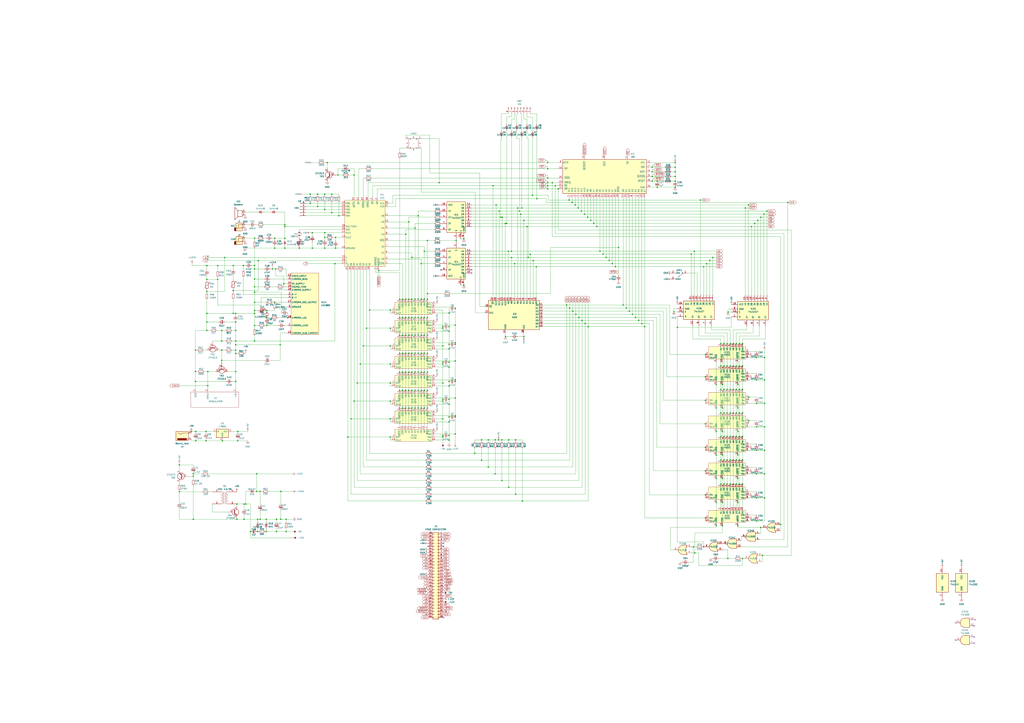
<source format=kicad_sch>
(kicad_sch (version 20230121) (generator eeschema)
  (paper "A1")
  (title_block (title "ZX Spectrum Iss 2") (date "2023-11-26"))
  (junction (at 335.788 260.858))
  (junction (at 395.478 378.198))
  (junction (at 330.708 320.802))
  (junction (at 592.074 377.952))
  (junction (at 597.154 300.736))
  (junction (at 368.808 272.288))
  (junction (at 219.202 255.27))
  (junction (at 345.948 245.872))
  (junction (at 607.314 377.952))
  (junction (at 343.408 245.872))
  (junction (at 256.54 191.262))
  (junction (at 604.774 282.448))
  (junction (at 272.542 159.512))
  (junction (at 579.374 406.654))
  (junction (at 500.38 213.9943))
  (junction (at 597.154 397.764))
  (junction (at 427.736 176.022))
  (junction (at 467.36 164.338))
  (junction (at 554.482 148.844))
  (junction (at 612.14 170.942))
  (junction (at 320.548 314.706))
  (junction (at 437.896 214.122))
  (junction (at 505.46 219.202))
  (junction (at 266.7 191.262))
  (junction (at 360.68 150.114))
  (junction (at 340.868 260.858))
  (junction (at 209.042 229.362))
  (junction (at 178.816 218.261))
  (junction (at 609.854 397.764))
  (junction (at 607.314 339.344))
  (junction (at 348.488 260.858))
  (junction (at 422.656 216.662))
  (junction (at 266.7 159.512))
  (junction (at 606.044 393.192))
  (junction (at 373.888 267.208))
  (junction (at 606.044 354.584))
  (junction (at 330.708 305.816))
  (junction (at 401.066 361.442))
  (junction (at 333.248 275.336))
  (junction (at 209.042 267.462))
  (junction (at 606.044 315.976))
  (junction (at 343.408 260.858))
  (junction (at 602.234 300.736))
  (junction (at 234.95 426.72))
  (junction (at 535.686 141.224))
  (junction (at 193.548 257.556))
  (junction (at 593.344 335.28))
  (junction (at 338.328 290.322))
  (junction (at 412.242 361.442))
  (junction (at 201.93 414.274))
  (junction (at 440.436 219.202))
  (junction (at 417.83 361.442))
  (junction (at 348.488 245.872))
  (junction (at 351.028 290.322))
  (junction (at 373.888 341.63))
  (junction (at 373.888 312.166))
  (junction (at 169.926 257.556))
  (junction (at 320.548 344.17))
  (junction (at 338.328 320.802))
  (junction (at 599.694 282.448))
  (junction (at 475.488 260.858))
  (junction (at 602.234 339.344))
  (junction (at 567.69 208.9043))
  (junction (at 579.374 291.338))
  (junction (at 597.916 256.54))
  (junction (at 483.108 268.478))
  (junction (at 213.614 426.72))
  (junction (at 373.888 253.492))
  (junction (at 577.85 219.202))
  (junction (at 231.14 252.222))
  (junction (at 348.488 275.336))
  (junction (at 415.1587 276.606))
  (junction (at 432.816 186.182))
  (junction (at 527.05 265.938))
  (junction (at 328.168 320.802))
  (junction (at 211.582 436.88))
  (junction (at 609.854 358.648))
  (junction (at 368.808 268.478))
  (junction (at 340.868 320.802))
  (junction (at 169.164 362.204))
  (junction (at 606.044 335.28))
  (junction (at 621.284 331.47))
  (junction (at 417.83 400.558))
  (junction (at 333.248 192.532))
  (junction (at 340.868 335.28))
  (junction (at 191.516 218.261))
  (junction (at 333.248 320.802))
  (junction (at 594.614 339.344))
  (junction (at 624.7374 433.578))
  (junction (at 485.14 181.102))
  (junction (at 508 203.454))
  (junction (at 470.408 255.778))
  (junction (at 404.876 152.654))
  (junction (at 363.728 284.226))
  (junction (at 233.934 186.182))
  (junction (at 160.528 313.436))
  (junction (at 300.99 269.748))
  (junction (at 230.632 426.72))
  (junction (at 430.276 181.102))
  (junction (at 614.934 326.39))
  (junction (at 458.47 155.194))
  (junction (at 170.688 305.308))
  (junction (at 333.248 305.816))
  (junction (at 606.044 413.004))
  (junction (at 338.328 335.28))
  (junction (at 160.782 362.204))
  (junction (at 554.482 133.604))
  (junction (at 345.948 320.802))
  (junction (at 401.066 383.794))
  (junction (at 343.408 275.336))
  (junction (at 311.15 222.25))
  (junction (at 320.548 359.156))
  (junction (at 373.888 342.646))
  (junction (at 425.196 170.942))
  (junction (at 333.248 290.322))
  (junction (at 449.834 146.304))
  (junction (at 529.59 268.478))
  (junction (at 619.76 183.5893))
  (junction (at 592.074 282.448))
  (junction (at 607.314 397.764))
  (junction (at 607.314 358.648))
  (junction (at 343.408 305.816))
  (junction (at 211.582 426.72))
  (junction (at 599.694 300.736))
  (junction (at 218.694 426.72))
  (junction (at 328.168 275.336))
  (junction (at 627.888 293.878))
  (junction (at 335.788 305.816))
  (junction (at 160.782 354.584))
  (junction (at 345.948 216.662))
  (junction (at 482.6 178.562))
  (junction (at 594.614 320.04))
  (junction (at 592.074 358.648))
  (junction (at 602.234 282.448))
  (junction (at 236.22 261.112))
  (junction (at 594.614 282.448))
  (junction (at 290.83 143.764))
  (junction (at 351.028 335.28))
  (junction (at 593.344 354.584))
  (junction (at 539.75 148.844))
  (junction (at 409.956 173.482))
  (junction (at 606.044 432.054))
  (junction (at 621.284 409.194))
  (junction (at 368.808 282.956))
  (junction (at 200.406 414.274))
  (junction (at 345.948 335.28))
  (junction (at 429.006 411.734))
  (junction (at 234.95 436.88))
  (junction (at 277.6052 143.764))
  (junction (at 363.728 359.156))
  (junction (at 617.22 186.182))
  (junction (at 225.552 195.834))
  (junction (at 343.408 320.802))
  (junction (at 593.344 413.004))
  (junction (at 209.042 220.98))
  (junction (at 597.154 320.04))
  (junction (at 343.408 335.28))
  (junction (at 395.478 361.442))
  (junction (at 440.944 163.322))
  (junction (at 363.728 299.212))
  (junction (at 195.326 354.584))
  (junction (at 160.528 287.782))
  (junction (at 218.694 436.88))
  (junction (at 449.834 152.654))
  (junction (at 330.708 260.858))
  (junction (at 621.284 428.244))
  (junction (at 330.708 245.872))
  (junction (at 320.548 299.212))
  (junction (at 351.028 260.858))
  (junction (at 588.264 393.192))
  (junction (at 554.482 145.034))
  (junction (at 592.074 320.04))
  (junction (at 254.762 159.512))
  (junction (at 646.938 166.37))
  (junction (at 368.808 346.71))
  (junction (at 328.168 290.322))
  (junction (at 158.75 389.382))
  (junction (at 456.1173 152.654))
  (junction (at 592.074 300.736))
  (junction (at 594.614 377.952))
  (junction (at 348.488 305.816))
  (junction (at 200.406 426.72))
  (junction (at 588.264 315.976))
  (junction (at 487.68 183.5893))
  (junction (at 160.528 305.308))
  (junction (at 594.614 300.736))
  (junction (at 480.568 265.938))
  (junction (at 330.708 335.28))
  (junction (at 227.076 436.88))
  (junction (at 351.028 305.816))
  (junction (at 519.43 258.318))
  (junction (at 426.72 173.482))
  (junction (at 607.314 320.04))
  (junction (at 553.466 256.286))
  (junction (at 627.888 409.194))
  (junction (at 621.284 293.878))
  (junction (at 193.548 313.436))
  (junction (at 580.39 216.662))
  (junction (at 449.834 138.684))
  (junction (at 340.868 305.816))
  (junction (at 641.096 431.038))
  (junction (at 472.948 258.318))
  (junction (at 535.686 145.034))
  (junction (at 226.314 220.98))
  (junction (at 158.75 426.72))
  (junction (at 602.234 377.952))
  (junction (at 579.374 367.538))
  (junction (at 621.284 312.166))
  (junction (at 415.036 183.642))
  (junction (at 169.926 264.668))
  (junction (at 230.632 403.86))
  (junction (at 599.694 339.344))
  (junction (at 225.552 203.962))
  (junction (at 157.226 354.584))
  (junction (at 225.552 248.412))
  (junction (at 193.548 280.162))
  (junction (at 627.888 350.774))
  (junction (at 593.344 315.976))
  (junction (at 363.728 329.692))
  (junction (at 363.728 297.688))
  (junction (at 374.65 197.612))
  (junction (at 219.202 267.462))
  (junction (at 351.028 241.3))
  (junction (at 368.808 301.752))
  (junction (at 599.694 358.648))
  (junction (at 209.042 218.186))
  (junction (at 579.374 328.93))
  (junction (at 627.888 370.078))
  (junction (at 195.326 362.204))
  (junction (at 554.482 137.414))
  (junction (at 169.926 229.616))
  (junction (at 597.154 339.344))
  (junction (at 219.202 261.112))
  (junction (at 577.85 449.326))
  (junction (at 477.52 173.482))
  (junction (at 275.59 203.962))
  (junction (at 433.832 211.582))
  (junction (at 585.47 211.582))
  (junction (at 320.548 284.226))
  (junction (at 624.84 178.562))
  (junction (at 348.488 320.802))
  (junction (at 597.154 377.952))
  (junction (at 629.92 173.482))
  (junction (at 490.22 186.182))
  (junction (at 622.3 181.102))
  (junction (at 213.614 403.86))
  (junction (at 328.168 260.858))
  (junction (at 275.59 195.072))
  (junction (at 579.374 425.704))
  (junction (at 330.708 275.336))
  (junction (at 338.328 305.816))
  (junction (at 193.548 290.576))
  (junction (at 592.074 339.344))
  (junction (at 169.926 218.3505))
  (junction (at 170.688 316.992))
  (junction (at 169.926 239.4634))
  (junction (at 411.226 178.562))
  (junction (at 260.858 169.672))
  (junction (at 406.654 389.382))
  (junction (at 607.314 282.448))
  (junction (at 588.264 354.584))
  (junction (at 597.8165 458.978))
  (junction (at 340.868 245.872))
  (junction (at 363.728 357.886))
  (junction (at 472.44 168.402))
  (junction (at 604.774 320.04))
  (junction (at 609.854 282.448))
  (junction (at 609.854 377.952))
  (junction (at 368.808 328.168))
  (junction (at 554.482 153.924))
  (junction (at 449.834 155.194))
  (junction (at 303.53 254.762))
  (junction (at 266.7 172.212))
  (junction (at 298.45 284.226))
  (junction (at 602.234 358.648))
  (junction (at 320.548 269.748))
  (junction (at 182.626 362.204))
  (junction (at 335.788 290.322))
  (junction (at 351.028 320.802))
  (junction (at 579.374 309.626))
  (junction (at 368.808 286.766))
  (junction (at 223.774 220.98))
  (junction (at 193.548 305.308))
  (junction (at 594.614 358.648))
  (junction (at 184.404 211.582))
  (junction (at 227.076 426.72))
  (junction (at 627.888 312.166))
  (junction (at 345.948 290.322))
  (junction (at 191.516 257.556))
  (junction (at 579.374 348.234))
  (junction (at 254.762 167.132))
  (junction (at 609.854 320.04))
  (junction (at 627.38 176.022))
  (junction (at 604.774 358.648))
  (junction (at 178.816 229.616))
  (junction (at 368.808 313.436))
  (junction (at 604.774 397.764))
  (junction (at 535.686 137.414))
  (junction (at 338.328 260.858))
  (junction (at 407.416 168.402))
  (junction (at 449.834 150.114))
  (junction (at 193.548 264.668))
  (junction (at 335.788 245.872))
  (junction (at 569.468 449.326))
  (junction (at 209.042 195.834))
  (junction (at 285.75 359.156))
  (junction (at 368.808 332.232))
  (junction (at 272.542 174.752))
  (junction (at 389.89 372.618))
  (junction (at 597.154 282.448))
  (junction (at 351.028 275.336))
  (junction (at 604.774 339.344))
  (junction (at 345.948 305.816))
  (junction (at 245.872 203.962))
  (junction (at 423.418 361.442))
  (junction (at 621.284 370.078))
  (junction (at 199.898 218.261))
  (junction (at 368.808 317.246))
  (junction (at 492.76 206.502))
  (junction (at 340.868 187.452))
  (junction (at 516.89 255.778))
  (junction (at 593.344 393.192))
  (junction (at 233.172 233.172))
  (junction (at 609.7465 458.978))
  (junction (at 570.23 206.502))
  (junction (at 209.042 240.1039))
  (junction (at 335.788 275.336))
  (junction (at 420.116 206.502))
  (junction (at 345.948 275.336))
  (junction (at 614.68 168.402))
  (junction (at 521.97 260.858))
  (junction (at 627.888 389.382))
  (junction (at 621.284 350.774))
  (junction (at 373.888 281.686))
  (junction (at 607.314 300.736))
  (junction (at 340.868 275.336))
  (junction (at 592.074 397.764))
  (junction (at 348.488 290.322))
  (junction (at 340.868 290.322))
  (junction (at 182.118 287.782))
  (junction (at 333.248 260.858))
  (junction (at 233.934 195.834))
  (junction (at 368.808 361.696))
  (junction (at 599.694 397.764))
  (junction (at 209.042 248.412))
  (junction (at 193.548 287.782))
  (junction (at 579.374 386.842))
  (junction (at 604.774 377.952))
  (junction (at 182.118 296.164))
  (junction (at 209.042 257.556))
  (junction (at 335.788 320.802))
  (junction (at 278.384 177.292))
  (junction (at 193.548 271.526))
  (junction (at 363.728 268.478))
  (junction (at 480.06 176.022))
  (junction (at 593.344 432.054))
  (junction (at 320.548 329.692))
  (junction (at 368.808 297.688))
  (junction (at 602.234 320.04))
  (junction (at 210.82 403.86))
  (junction (at 593.344 373.888))
  (junction (at 205.74 436.88))
  (junction (at 351.028 245.872))
  (junction (at 330.708 290.322))
  (junction (at 604.774 300.736))
  (junction (at 435.356 209.042))
  (junction (at 182.1754 271.526))
  (junction (at 368.808 342.646))
  (junction (at 288.29 344.17))
  (junction (at 478.028 263.398))
  (junction (at 348.488 335.28))
  (junction (at 373.888 313.436))
  (junction (at 556.26 268.986))
  (junction (at 373.888 282.956))
  (junction (at 420.116 211.582))
  (junction (at 275.082 216.662))
  (junction (at 266.7 195.072))
  (junction (at 599.694 377.952))
  (junction (at 363.728 328.168))
  (junction (at 233.934 203.962))
  (junction (at 194.564 426.72))
  (junction (at 524.51 263.2714))
  (junction (at 588.264 413.004))
  (junction (at 351.028 197.612))
  (junction (at 449.834 133.604))
  (junction (at 230.124 283.322))
  (junction (at 381 196.342))
  (junction (at 290.83 329.692))
  (junction (at 469.9 166.37))
  (junction (at 409.448 361.442))
  (junction (at 416.052 183.642))
  (junction (at 609.854 339.344))
  (junction (at 594.614 397.764))
  (junction (at 588.264 373.888))
  (junction (at 328.168 305.816))
  (junction (at 599.694 320.04))
  (junction (at 268.732 133.604))
  (junction (at 597.154 358.648))
  (junction (at 627.888 331.47))
  (junction (at 338.328 275.336))
  (junction (at 209.042 235.712))
  (junction (at 609.854 300.736))
  (junction (at 335.788 182.372))
  (junction (at 495.3 208.9043))
  (junction (at 417.576 206.502))
  (junction (at 256.54 203.962))
  (junction (at 147.32 382.016))
  (junction (at 295.91 299.212))
  (junction (at 343.408 177.292))
  (junction (at 575.31 164.338))
  (junction (at 602.234 397.764))
  (junction (at 194.564 414.274))
  (junction (at 497.84 211.582))
  (junction (at 535.686 148.844))
  (junction (at 588.264 335.28))
  (junction (at 423.418 406.146))
  (junction (at 373.888 327.152))
  (junction (at 626.11 456.438))
  (junction (at 338.328 245.872))
  (junction (at 210.82 389.382))
  (junction (at 368.808 257.302))
  (junction (at 260.858 159.512))
  (junction (at 348.488 206.502))
  (junction (at 368.808 357.886))
  (junction (at 437.388 160.528))
  (junction (at 606.044 373.888))
  (junction (at 169.164 354.584))
  (junction (at 193.548 283.322))
  (junction (at 373.888 296.672))
  (junction (at 363.728 314.706))
  (junction (at 467.868 253.238))
  (junction (at 570.6089 454.406))
  (junction (at 169.926 271.526))
  (junction (at 363.728 269.748))
  (junction (at 335.788 335.28))
  (junction (at 412.496 178.562))
  (junction (at 582.93 213.9943))
  (junction (at 191.516 238.835))
  (junction (at 209.042 280.162))
  (junction (at 363.728 344.17))
  (junction (at 266.7 203.962))
  (junction (at 588.264 432.054))
  (junction (at 514.35 253.238))
  (junction (at 293.37 314.706))
  (junction (at 474.98 170.8669))
  (junction (at 511.81 250.698))
  (junction (at 345.948 260.858))
  (junction (at 209.042 255.27))
  (junction (at 333.248 245.872))
  (junction (at 502.92 216.662))
  (junction (at 328.168 335.28))
  (junction (at 381 234.442))
  (junction (at 233.934 184.658))
  (junction (at 338.328 211.582))
  (junction (at 158.75 391.414))
  (junction (at 212.09 214.122))
  (junction (at 554.482 141.224))
  (junction (at 147.32 404.114))
  (junction (at 406.654 361.442))
  (junction (at 320.548 254.762))
  (junction (at 412.242 394.97))
  (junction (at 430.276 276.606))
  (junction (at 333.248 335.28))
  (junction (at 428.498 170.942))
  (junction (at 343.408 290.322))
  (junction (at 539.75 153.924))
  (junction (at 453.583 150.114))
  (junction (at 328.168 245.872))
  (junction (at 182.1754 280.162))
  (junction (at 614.934 345.694))
  (junction (at 373.888 356.616))
  (junction (at 621.284 389.382))
  (junction (at 465.328 250.698))
  (no_connect (at 387.35 221.742))
  (no_connect (at 800.8026 509.2234))
  (no_connect (at 364.236 507.492))
  (no_connect (at 387.35 224.282))
  (no_connect (at 364.236 449.072))
  (no_connect (at 784.86 511.81))
  (no_connect (at 800.1 523.494))
  (no_connect (at 784.86 526.034))
  (no_connect (at 800.1 528.574))
  (no_connect (at 361.95 221.742))
  (no_connect (at 364.236 446.532))
  (no_connect (at 351.536 449.072))
  (no_connect (at 800.1 514.35))
  (wire (pts (xy 281.432 138.43) (xy 277.6052 138.43)))
  (wire (pts (xy 437.388 96.266) (xy 437.388 107.696)))
  (wire (pts (xy 433.832 211.582) (xy 497.84 211.582)))
  (wire (pts (xy 273.304 195.072) (xy 275.59 195.072)))
  (wire (pts (xy 233.172 233.172) (xy 233.172 238.252)))
  (wire (pts (xy 357.378 354.076) (xy 358.902 354.076)))
  (wire (pts (xy 225.552 254) (xy 225.552 255.27)))
  (wire (pts (xy 427.736 176.022) (xy 480.06 176.022)))
  (wire (pts (xy 390.398 158.0481) (xy 390.398 257.048)))
  (wire (pts (xy 420.116 96.012) (xy 420.116 93.472)))
  (wire (pts (xy 205.74 436.88) (xy 205.74 441.96)))
  (wire (pts (xy 583.692 458.978) (xy 585.216 458.978)))
  (wire (pts (xy 357.378 324.612) (xy 358.902 324.612)))
  (wire (pts (xy 295.91 389.382) (xy 295.91 299.212)))
  (wire (pts (xy 363.728 314.706) (xy 363.728 328.168)))
  (wire (pts (xy 357.378 361.696) (xy 368.808 361.696)))
  (wire (pts (xy 465.328 250.698) (xy 511.81 250.698)))
  (wire (pts (xy 614.68 168.402) (xy 615.696 168.402)))
  (wire (pts (xy 368.808 317.246) (xy 368.808 328.168)))
  (wire (pts (xy 514.35 162.814) (xy 514.35 253.238)))
  (wire (pts (xy 305.308 138.684) (xy 449.834 138.684)))
  (wire (pts (xy 593.344 413.004) (xy 593.344 432.054)))
  (wire (pts (xy 430.276 181.102) (xy 485.14 181.102)))
  (wire (pts (xy 592.074 358.648) (xy 592.074 377.952)))
  (wire (pts (xy 602.234 282.448) (xy 602.234 300.736)))
  (wire (pts (xy 554.482 145.034) (xy 554.482 148.844)))
  (wire (pts (xy 480.06 176.022) (xy 480.06 162.814)))
  (wire (pts (xy 435.356 244.348) (xy 435.356 209.042)))
  (wire (pts (xy 182.118 296.164) (xy 216.916 296.164)))
  (wire (pts (xy 529.59 268.478) (xy 529.59 425.704)))
  (wire (pts (xy 160.528 313.436) (xy 160.528 305.308)))
  (wire (pts (xy 160.528 305.308) (xy 162.56 305.308)))
  (wire (pts (xy 594.614 282.448) (xy 594.614 300.736)))
  (wire (pts (xy 227.838 261.112) (xy 236.22 261.112)))
  (wire (pts (xy 320.548 346.71) (xy 320.548 344.17)))
  (wire (pts (xy 206.756 218.186) (xy 209.042 218.186)))
  (wire (pts (xy 193.548 257.556) (xy 209.042 257.556)))
  (wire (pts (xy 607.314 320.04) (xy 607.314 339.344)))
  (wire (pts (xy 256.54 198.882) (xy 256.54 203.962)))
  (wire (pts (xy 574.04 276.098) (xy 594.614 276.098)))
  (wire (pts (xy 624.84 242.57) (xy 624.84 178.562)))
  (wire (pts (xy 251.206 177.292) (xy 278.384 177.292)))
  (wire (pts (xy 234.95 426.72) (xy 234.95 429.26)))
  (wire (pts (xy 437.388 160.528) (xy 450.342 160.528)))
  (wire (pts (xy 351.028 305.816) (xy 351.028 320.802)))
  (wire (pts (xy 536.448 386.842) (xy 536.448 263.2714)))
  (wire (pts (xy 357.378 284.226) (xy 363.728 284.226)))
  (wire (pts (xy 449.834 151.13) (xy 449.834 152.654)))
  (wire (pts (xy 373.888 356.616) (xy 373.888 364.49)))
  (wire (pts (xy 338.328 305.816) (xy 338.328 320.802)))
  (wire (pts (xy 157.734 218.3505) (xy 169.926 218.3505)))
  (wire (pts (xy 194.564 414.274) (xy 194.564 415.798)))
  (wire (pts (xy 609.7465 464.82) (xy 573.786 464.82)))
  (wire (pts (xy 191.516 257.556) (xy 193.548 257.556)))
  (wire (pts (xy 508 203.454) (xy 508 226.06)))
  (wire (pts (xy 536.956 135.636) (xy 535.686 135.636)))
  (wire (pts (xy 169.926 264.668) (xy 179.578 264.668)))
  (wire (pts (xy 521.97 162.814) (xy 521.97 260.858)))
  (wire (pts (xy 236.474 229.362) (xy 221.996 229.362)))
  (wire (pts (xy 467.36 164.338) (xy 575.31 164.338)))
  (wire (pts (xy 356.87 178.562) (xy 335.788 178.562)))
  (wire (pts (xy 209.042 248.412) (xy 218.694 248.412)))
  (wire (pts (xy 417.83 400.558) (xy 478.028 400.558)))
  (wire (pts (xy 629.92 242.57) (xy 629.92 173.482)))
  (wire (pts (xy 568.96 278.638) (xy 592.074 278.638)))
  (wire (pts (xy 604.774 358.648) (xy 604.774 377.952)))
  (wire (pts (xy 174.244 414.274) (xy 174.244 420.878)))
  (wire (pts (xy 266.7 172.212) (xy 280.67 172.212)))
  (wire (pts (xy 602.234 300.736) (xy 602.234 320.04)))
  (wire (pts (xy 536.448 263.2714) (xy 524.51 263.2714)))
  (wire (pts (xy 612.14 242.57) (xy 612.14 170.942)))
  (wire (pts (xy 551.18 137.414) (xy 554.482 137.414)))
  (wire (pts (xy 417.83 361.442) (xy 417.83 363.22)))
  (wire (pts (xy 474.98 170.942) (xy 474.98 170.8669)))
  (wire (pts (xy 193.548 313.436) (xy 190.754 313.436)))
  (wire (pts (xy 211.582 436.88) (xy 211.582 434.086)))
  (wire (pts (xy 320.548 257.302) (xy 320.548 254.762)))
  (wire (pts (xy 266.7 191.262) (xy 280.67 191.262)))
  (wire (pts (xy 584.2 271.018) (xy 599.694 271.018)))
  (wire (pts (xy 588.264 297.688) (xy 588.264 315.976)))
  (wire (pts (xy 449.834 138.684) (xy 458.47 138.684)))
  (wire (pts (xy 343.408 177.292) (xy 343.408 245.872)))
  (wire (pts (xy 430.276 276.606) (xy 430.276 273.558)))
  (wire (pts (xy 209.042 195.834) (xy 211.582 195.834)))
  (wire (pts (xy 449.834 148.336) (xy 449.834 150.114)))
  (wire (pts (xy 449.834 155.194) (xy 458.47 155.194)))
  (wire (pts (xy 200.406 414.274) (xy 201.93 414.274)))
  (wire (pts (xy 535.686 143.002) (xy 535.686 145.034)))
  (wire (pts (xy 309.88 155.194) (xy 449.834 155.194)))
  (wire (pts (xy 167.64 305.308) (xy 170.688 305.308)))
  (wire (pts (xy 452.12 203.454) (xy 508 203.454)))
  (wire (pts (xy 223.52 195.834) (xy 225.552 195.834)))
  (wire (pts (xy 430.276 97.79) (xy 430.276 93.472)))
  (wire (pts (xy 487.68 183.5893) (xy 487.68 162.814)))
  (wire (pts (xy 614.934 326.39) (xy 621.284 326.39)))
  (wire (pts (xy 205.74 436.88) (xy 205.994 436.88)))
  (wire (pts (xy 209.042 267.462) (xy 212.344 267.462)))
  (wire (pts (xy 226.314 220.98) (xy 227.838 220.98)))
  (wire (pts (xy 349.504 406.146) (xy 288.29 406.146)))
  (wire (pts (xy 593.344 315.976) (xy 593.344 335.28)))
  (wire (pts (xy 328.168 305.816) (xy 328.168 320.802)))
  (wire (pts (xy 437.388 96.266) (xy 432.816 96.266)))
  (wire (pts (xy 227.076 426.72) (xy 230.632 426.72)))
  (wire (pts (xy 432.816 113.792) (xy 433.832 113.792)))
  (wire (pts (xy 343.408 305.816) (xy 343.408 320.802)))
  (wire (pts (xy 445.516 255.778) (xy 470.408 255.778)))
  (wire (pts (xy 554.482 141.224) (xy 554.482 145.034)))
  (wire (pts (xy 193.548 264.668) (xy 193.548 263.906)))
  (wire (pts (xy 330.708 216.662) (xy 330.708 245.872)))
  (wire (pts (xy 322.58 160.528) (xy 437.388 160.528)))
  (wire (pts (xy 147.32 396.494) (xy 147.32 398.018)))
  (wire (pts (xy 430.276 181.102) (xy 387.35 181.102)))
  (wire (pts (xy 570.23 206.502) (xy 570.23 242.316)))
  (wire (pts (xy 614.934 409.194) (xy 621.284 409.194)))
  (wire (pts (xy 209.042 218.186) (xy 209.042 220.98)))
  (wire (pts (xy 357.378 339.09) (xy 358.902 339.09)))
  (wire (pts (xy 345.948 320.802) (xy 345.948 335.28)))
  (wire (pts (xy 360.68 114.046) (xy 360.68 150.114)))
  (wire (pts (xy 627.888 389.382) (xy 627.888 409.194)))
  (wire (pts (xy 368.808 328.168) (xy 368.808 332.232)))
  (wire (pts (xy 547.624 253.238) (xy 514.35 253.238)))
  (wire (pts (xy 535.686 146.812) (xy 535.686 148.844)))
  (wire (pts (xy 320.548 301.752) (xy 320.548 299.212)))
  (wire (pts (xy 266.446 133.604) (xy 268.732 133.604)))
  (wire (pts (xy 624.078 443.484) (xy 643.89 443.484)))
  (wire (pts (xy 338.328 211.582) (xy 356.87 211.582)))
  (wire (pts (xy 204.47 403.86) (xy 201.93 403.86)))
  (wire (pts (xy 219.202 266.446) (xy 219.202 267.462)))
  (wire (pts (xy 505.46 162.814) (xy 505.46 219.202)))
  (wire (pts (xy 223.774 220.98) (xy 226.314 220.98)))
  (wire (pts (xy 373.888 341.63) (xy 373.888 342.646)))
  (wire (pts (xy 539.242 367.538) (xy 579.374 367.538)))
  (wire (pts (xy 308.61 221.742) (xy 308.61 224.028)))
  (wire (pts (xy 420.116 244.348) (xy 420.116 211.582)))
  (wire (pts (xy 607.314 358.648) (xy 607.314 377.952)))
  (wire (pts (xy 373.888 252.222) (xy 373.888 253.492)))
  (wire (pts (xy 193.548 313.436) (xy 193.548 319.532)))
  (wire (pts (xy 420.116 276.606) (xy 415.1587 276.606)))
  (wire (pts (xy 357.378 257.302) (xy 368.808 257.302)))
  (wire (pts (xy 412.242 361.442) (xy 417.83 361.442)))
  (wire (pts (xy 351.028 245.872) (xy 351.028 260.858)))
  (wire (pts (xy 368.808 257.302) (xy 368.808 268.478)))
  (wire (pts (xy 211.582 436.88) (xy 212.598 436.88)))
  (wire (pts (xy 614.934 345.694) (xy 621.284 345.694)))
  (wire (pts (xy 572.77 242.316) (xy 572.77 224.282)))
  (wire (pts (xy 338.328 320.802) (xy 338.328 335.28)))
  (wire (pts (xy 209.042 267.462) (xy 209.042 270.51)))
  (wire (pts (xy 623.57 267.97) (xy 623.57 276.098)))
  (wire (pts (xy 534.67 141.224) (xy 535.686 141.224)))
  (wire (pts (xy 230.632 403.86) (xy 240.03 403.86)))
  (wire (pts (xy 256.54 191.262) (xy 266.7 191.262)))
  (wire (pts (xy 411.226 115.062) (xy 411.734 115.062)))
  (wire (pts (xy 420.116 211.582) (xy 433.832 211.582)))
  (wire (pts (xy 191.516 245.8575) (xy 191.516 257.556)))
  (wire (pts (xy 272.542 166.116) (xy 272.542 174.752)))
  (wire (pts (xy 256.286 133.604) (xy 261.366 133.604)))
  (wire (pts (xy 300.99 378.206) (xy 300.99 269.748)))
  (wire (pts (xy 579.374 291.338) (xy 550.164 291.338)))
  (wire (pts (xy 406.654 361.442) (xy 409.448 361.442)))
  (wire (pts (xy 592.074 300.736) (xy 592.074 320.04)))
  (wire (pts (xy 542.036 258.318) (xy 542.036 348.234)))
  (wire (pts (xy 348.488 275.336) (xy 348.488 290.322)))
  (wire (pts (xy 348.488 305.816) (xy 348.488 320.802)))
  (wire (pts (xy 290.83 221.742) (xy 290.83 329.692)))
  (wire (pts (xy 426.72 173.482) (xy 477.52 173.482)))
  (wire (pts (xy 570.6089 454.406) (xy 568.198 454.406)))
  (wire (pts (xy 225.552 255.27) (xy 219.202 255.27)))
  (wire (pts (xy 318.77 169.672) (xy 324.866 169.672)))
  (wire (pts (xy 357.378 249.682) (xy 358.902 249.682)))
  (wire (pts (xy 597.154 397.764) (xy 597.154 416.814)))
  (wire (pts (xy 440.436 244.348) (xy 440.436 219.202)))
  (wire (pts (xy 423.418 361.442) (xy 429.006 361.442)))
  (wire (pts (xy 335.788 260.858) (xy 335.788 275.336)))
  (wire (pts (xy 357.378 296.672) (xy 373.888 296.672)))
  (wire (pts (xy 254.762 166.116) (xy 254.762 167.132)))
  (wire (pts (xy 260.858 159.512) (xy 260.858 161.036)))
  (wire (pts (xy 432.816 244.348) (xy 432.816 186.182)))
  (wire (pts (xy 614.68 242.57) (xy 614.68 168.402)))
  (wire (pts (xy 343.408 320.802) (xy 343.408 335.28)))
  (wire (pts (xy 474.98 170.8669) (xy 474.98 162.814)))
  (wire (pts (xy 448.31 151.13) (xy 449.834 151.13)))
  (wire (pts (xy 328.168 290.322) (xy 328.168 305.816)))
  (wire (pts (xy 351.028 241.3) (xy 351.028 245.872)))
  (wire (pts (xy 550.672 433.324) (xy 588.264 433.324)))
  (wire (pts (xy 333.248 305.816) (xy 333.248 320.802)))
  (wire (pts (xy 245.872 203.454) (xy 245.872 203.962)))
  (wire (pts (xy 160.782 362.204) (xy 169.164 362.204)))
  (wire (pts (xy 452.12 203.454) (xy 452.12 241.3)))
  (wire (pts (xy 209.042 220.98) (xy 216.916 220.98)))
  (wire (pts (xy 266.7 195.072) (xy 266.7 197.104)))
  (wire (pts (xy 169.926 257.556) (xy 169.926 264.668)))
  (wire (pts (xy 550.164 291.338) (xy 550.164 250.698)))
  (wire (pts (xy 340.868 275.336) (xy 340.868 290.322)))
  (wire (pts (xy 404.876 152.654) (xy 404.876 244.348)))
  (wire (pts (xy 409.956 244.348) (xy 409.956 173.482)))
  (wire (pts (xy 357.378 252.222) (xy 373.888 252.222)))
  (wire (pts (xy 614.934 288.798) (xy 621.284 288.798)))
  (wire (pts (xy 585.47 211.582) (xy 585.47 242.316)))
  (wire (pts (xy 449.834 152.654) (xy 456.1173 152.654)))
  (wire (pts (xy 412.242 394.97) (xy 412.242 368.3)))
  (wire (pts (xy 373.888 282.956) (xy 373.888 296.672)))
  (wire (pts (xy 260.858 166.116) (xy 260.858 169.672)))
  (wire (pts (xy 324.866 169.672) (xy 324.866 163.322)))
  (wire (pts (xy 592.074 397.764) (xy 592.074 416.814)))
  (wire (pts (xy 357.378 301.752) (xy 368.808 301.752)))
  (wire (pts (xy 389.89 372.618) (xy 465.328 372.618)))
  (wire (pts (xy 467.868 253.238) (xy 514.35 253.238)))
  (wire (pts (xy 516.89 255.778) (xy 544.83 255.778)))
  (wire (pts (xy 214.376 250.773) (xy 214.376 244.602)))
  (wire (pts (xy 193.548 264.668) (xy 193.548 271.526)))
  (wire (pts (xy 449.834 146.304) (xy 458.47 146.304)))
  (wire (pts (xy 524.51 263.398) (xy 524.51 263.2714)))
  (wire (pts (xy 351.028 260.858) (xy 351.028 275.336)))
  (wire (pts (xy 321.818 272.288) (xy 320.548 272.288)))
  (wire (pts (xy 321.818 332.232) (xy 320.548 332.232)))
  (wire (pts (xy 579.374 406.654) (xy 579.374 409.194)))
  (wire (pts (xy 606.044 432.054) (xy 606.044 433.578)))
  (wire (pts (xy 214.376 244.602) (xy 236.474 244.602)))
  (wire (pts (xy 195.326 360.934) (xy 195.326 362.204)))
  (wire (pts (xy 174.244 420.878) (xy 186.944 420.878)))
  (wire (pts (xy 449.834 153.67) (xy 449.834 155.194)))
  (wire (pts (xy 272.542 174.752) (xy 280.67 174.752)))
  (wire (pts (xy 236.22 257.048) (xy 236.22 261.112)))
  (wire (pts (xy 303.53 254.762) (xy 320.548 254.762)))
  (wire (pts (xy 330.708 305.816) (xy 330.708 320.802)))
  (wire (pts (xy 594.614 276.098) (xy 594.614 282.448)))
  (wire (pts (xy 406.654 389.382) (xy 406.654 368.3)))
  (wire (pts (xy 218.694 436.88) (xy 218.694 434.34)))
  (wire (pts (xy 490.22 186.182) (xy 490.22 162.814)))
  (wire (pts (xy 157.226 354.584) (xy 157.226 355.854)))
  (wire (pts (xy 588.772 208.9043) (xy 588.772 209.042)))
  (wire (pts (xy 535.686 139.446) (xy 535.686 141.224)))
  (wire (pts (xy 602.234 397.764) (xy 602.234 416.814)))
  (wire (pts (xy 579.374 309.626) (xy 579.374 312.166)))
  (wire (pts (xy 157.226 354.584) (xy 160.782 354.584)))
  (wire (pts (xy 272.542 159.512) (xy 272.542 161.036)))
  (wire (pts (xy 401.066 363.22) (xy 401.066 361.442)))
  (wire (pts (xy 209.042 229.362) (xy 209.042 235.712)))
  (wire (pts (xy 340.868 260.858) (xy 340.868 275.336)))
  (wire (pts (xy 577.85 219.202) (xy 588.772 219.202)))
  (wire (pts (xy 618.49 273.558) (xy 618.49 267.97)))
  (wire (pts (xy 368.808 301.752) (xy 368.808 313.436)))
  (wire (pts (xy 182.1754 271.526) (xy 185.42 271.526)))
  (wire (pts (xy 608.584 458.978) (xy 609.7465 458.978)))
  (wire (pts (xy 536.956 146.812) (xy 535.686 146.812)))
  (wire (pts (xy 320.548 332.232) (xy 320.548 329.692)))
  (wire (pts (xy 381 196.596) (xy 381 196.342)))
  (wire (pts (xy 575.31 164.338) (xy 577.088 164.338)))
  (wire (pts (xy 193.548 305.308) (xy 187.198 305.308)))
  (wire (pts (xy 298.45 221.742) (xy 298.45 284.226)))
  (wire (pts (xy 614.934 370.078) (xy 621.284 370.078)))
  (wire (pts (xy 221.996 296.164) (xy 230.124 296.164)))
  (wire (pts (xy 606.044 433.578) (xy 624.7374 433.578)))
  (wire (pts (xy 278.384 166.116) (xy 278.384 177.292)))
  (wire (pts (xy 338.328 290.322) (xy 338.328 305.816)))
  (wire (pts (xy 368.808 282.956) (xy 368.808 286.766)))
  (wire (pts (xy 245.872 203.962) (xy 256.54 203.962)))
  (wire (pts (xy 357.378 294.132) (xy 358.902 294.132)))
  (wire (pts (xy 577.088 449.326) (xy 577.85 449.326)))
  (wire (pts (xy 185.42 287.782) (xy 182.118 287.782)))
  (wire (pts (xy 252.476 216.662) (xy 275.082 216.662)))
  (wire (pts (xy 475.488 248.158) (xy 475.488 260.858)))
  (wire (pts (xy 320.548 269.748) (xy 321.818 269.748)))
  (wire (pts (xy 225.552 195.834) (xy 225.552 197.104)))
  (wire (pts (xy 588.264 413.004) (xy 588.264 432.054)))
  (wire (pts (xy 641.096 431.038) (xy 641.096 436.118)))
  (wire (pts (xy 298.45 146.304) (xy 300.228 146.304)))
  (wire (pts (xy 298.45 284.226) (xy 320.548 284.226)))
  (wire (pts (xy 368.808 286.766) (xy 368.808 297.688)))
  (wire (pts (xy 266.7 195.072) (xy 268.224 195.072)))
  (wire (pts (xy 147.32 380.746) (xy 147.32 382.016)))
  (wire (pts (xy 328.168 320.802) (xy 328.168 335.28)))
  (wire (pts (xy 417.576 244.348) (xy 417.576 206.502)))
  (wire (pts (xy 604.774 339.344) (xy 604.774 358.648)))
  (wire (pts (xy 416.052 183.642) (xy 487.68 183.642)))
  (wire (pts (xy 213.614 426.72) (xy 218.694 426.72)))
  (wire (pts (xy 300.99 269.748) (xy 320.548 269.748)))
  (wire (pts (xy 470.408 383.794) (xy 470.408 255.778)))
  (wire (pts (xy 345.948 121.666) (xy 345.948 158.0481)))
  (wire (pts (xy 579.374 386.842) (xy 579.374 389.382)))
  (wire (pts (xy 225.552 202.184) (xy 225.552 203.962)))
  (wire (pts (xy 193.548 280.162) (xy 209.042 280.162)))
  (wire (pts (xy 158.75 389.382) (xy 166.116 389.382)))
  (wire (pts (xy 348.488 260.858) (xy 348.488 275.336)))
  (wire (pts (xy 285.75 359.156) (xy 320.548 359.156)))
  (wire (pts (xy 387.35 216.662) (xy 422.656 216.662)))
  (wire (pts (xy 363.728 269.748) (xy 363.728 284.226)))
  (wire (pts (xy 231.14 252.222) (xy 231.14 240.1039)))
  (wire (pts (xy 621.284 331.47) (xy 627.888 331.47)))
  (wire (pts (xy 223.774 248.412) (xy 225.552 248.412)))
  (wire (pts (xy 609.854 339.344) (xy 609.854 358.648)))
  (wire (pts (xy 469.9 166.37) (xy 469.9 162.814)))
  (wire (pts (xy 395.478 361.442) (xy 395.478 363.22)))
  (wire (pts (xy 354.584 383.794) (xy 401.066 383.794)))
  (wire (pts (xy 354.584 378.206) (xy 395.478 378.206)))
  (wire (pts (xy 614.934 423.164) (xy 621.284 423.164)))
  (wire (pts (xy 627.38 176.022) (xy 631.19 176.022)))
  (wire (pts (xy 440.436 219.202) (xy 387.35 219.202)))
  (wire (pts (xy 580.39 216.662) (xy 588.772 216.662)))
  (wire (pts (xy 199.898 227.584) (xy 199.898 242.062)))
  (wire (pts (xy 306.07 152.654) (xy 404.876 152.654)))
  (wire (pts (xy 303.53 221.742) (xy 303.53 254.762)))
  (wire (pts (xy 345.948 216.662) (xy 345.948 245.872)))
  (wire (pts (xy 233.934 202.184) (xy 233.934 203.962)))
  (wire (pts (xy 349.504 394.97) (xy 293.37 394.97)))
  (wire (pts (xy 170.18 214.122) (xy 212.09 214.122)))
  (wire (pts (xy 343.408 335.28) (xy 343.408 350.266)))
  (wire (pts (xy 614.934 364.998) (xy 621.284 364.998)))
  (wire (pts (xy 643.89 192.024) (xy 643.89 443.484)))
  (wire (pts (xy 467.868 248.158) (xy 467.868 253.238)))
  (wire (pts (xy 449.834 131.826) (xy 449.834 133.604)))
  (wire (pts (xy 395.478 378.206) (xy 395.478 378.198)))
  (wire (pts (xy 330.708 260.858) (xy 330.708 275.336)))
  (wire (pts (xy 594.614 377.952) (xy 594.614 397.764)))
  (wire (pts (xy 285.75 359.156) (xy 285.75 411.734)))
  (wire (pts (xy 593.344 354.584) (xy 593.344 373.888)))
  (wire (pts (xy 445.516 260.858) (xy 475.488 260.858)))
  (wire (pts (xy 147.32 404.114) (xy 166.37 404.114)))
  (wire (pts (xy 622.3 181.102) (xy 631.19 181.102)))
  (wire (pts (xy 445.516 268.478) (xy 483.108 268.478)))
  (wire (pts (xy 275.59 195.072) (xy 280.67 195.072)))
  (wire (pts (xy 527.05 265.938) (xy 533.4 265.938)))
  (wire (pts (xy 628.65 278.638) (xy 628.65 267.97)))
  (wire (pts (xy 437.896 244.348) (xy 437.896 214.122)))
  (wire (pts (xy 609.854 377.952) (xy 609.854 397.764)))
  (wire (pts (xy 415.036 183.642) (xy 416.052 183.642)))
  (wire (pts (xy 440.436 219.202) (xy 505.46 219.202)))
  (wire (pts (xy 340.868 183.642) (xy 340.868 187.452)))
  (wire (pts (xy 308.61 224.028) (xy 328.168 224.028)))
  (wire (pts (xy 201.422 184.658) (xy 204.724 184.658)))
  (wire (pts (xy 360.68 150.114) (xy 449.834 150.114)))
  (wire (pts (xy 432.816 186.182) (xy 387.35 186.182)))
  (wire (pts (xy 158.75 383.54) (xy 158.75 382.016)))
  (wire (pts (xy 234.95 434.34) (xy 234.95 436.88)))
  (wire (pts (xy 280.67 188.722) (xy 245.872 188.722)))
  (wire (pts (xy 311.15 222.25) (xy 311.15 227.076)))
  (wire (pts (xy 423.418 406.146) (xy 480.568 406.146)))
  (wire (pts (xy 373.888 267.208) (xy 373.888 281.686)))
  (wire (pts (xy 266.7 166.116) (xy 266.7 172.212)))
  (wire (pts (xy 406.654 361.442) (xy 406.654 363.22)))
  (wire (pts (xy 232.918 220.98) (xy 234.95 220.98)))
  (wire (pts (xy 524.51 263.2714) (xy 524.51 162.814)))
  (wire (pts (xy 495.3 209.042) (xy 495.3 208.9043)))
  (wire (pts (xy 435.356 209.042) (xy 387.35 209.042)))
  (wire (pts (xy 345.948 305.816) (xy 345.948 320.802)))
  (wire (pts (xy 624.7374 433.578) (xy 625.856 433.578)))
  (wire (pts (xy 209.042 280.162) (xy 275.082 280.162)))
  (wire (pts (xy 343.408 290.322) (xy 343.408 305.816)))
  (wire (pts (xy 519.43 258.318) (xy 542.036 258.318)))
  (wire (pts (xy 285.75 221.742) (xy 285.75 359.156)))
  (wire (pts (xy 542.036 348.234) (xy 579.374 348.234)))
  (wire (pts (xy 407.416 244.348) (xy 407.416 168.402)))
  (wire (pts (xy 234.95 220.98) (xy 234.95 226.822)))
  (wire (pts (xy 373.888 296.672) (xy 373.888 312.166)))
  (wire (pts (xy 420.116 206.502) (xy 492.76 206.502)))
  (wire (pts (xy 193.548 271.526) (xy 193.548 280.162)))
  (wire (pts (xy 534.67 153.924) (xy 539.75 153.924)))
  (wire (pts (xy 409.956 173.482) (xy 426.72 173.482)))
  (wire (pts (xy 254.762 167.132) (xy 280.67 167.132)))
  (wire (pts (xy 599.694 282.448) (xy 599.694 300.736)))
  (wire (pts (xy 593.344 393.192) (xy 593.344 413.004)))
  (wire (pts (xy 227.076 436.88) (xy 234.95 436.88)))
  (wire (pts (xy 351.028 320.802) (xy 351.028 335.28)))
  (wire (pts (xy 353.06 110.998) (xy 353.06 142.1617)))
  (wire (pts (xy 415.036 276.606) (xy 415.036 273.558)))
  (wire (pts (xy 277.6052 138.43) (xy 277.6052 143.764)))
  (wire (pts (xy 609.854 300.736) (xy 609.854 320.04)))
  (wire (pts (xy 597.154 377.952) (xy 597.154 397.764)))
  (wire (pts (xy 354.584 372.618) (xy 389.89 372.618)))
  (wire (pts (xy 449.834 144.272) (xy 449.834 146.304)))
  (wire (pts (xy 154.94 391.414) (xy 158.75 391.414)))
  (wire (pts (xy 169.926 226.643) (xy 169.926 229.616)))
  (wire (pts (xy 603.504 458.978) (xy 597.8165 458.978)))
  (wire (pts (xy 147.32 382.016) (xy 147.32 386.334)))
  (wire (pts (xy 320.548 286.766) (xy 320.548 284.226)))
  (wire (pts (xy 305.308 146.304) (xy 449.834 146.304)))
  (wire (pts (xy 349.504 383.794) (xy 298.45 383.794)))
  (wire (pts (xy 200.406 426.72) (xy 211.582 426.72)))
  (wire (pts (xy 169.926 245.947) (xy 169.926 257.556)))
  (wire (pts (xy 604.774 320.04) (xy 604.774 339.344)))
  (wire (pts (xy 288.29 221.742) (xy 288.29 344.17)))
  (wire (pts (xy 482.6 178.562) (xy 482.6 162.814)))
  (wire (pts (xy 205.74 441.96) (xy 240.792 441.96)))
  (wire (pts (xy 320.548 317.246) (xy 320.548 314.706)))
  (wire (pts (xy 502.92 216.662) (xy 502.92 162.814)))
  (wire (pts (xy 437.388 112.776) (xy 437.388 160.528)))
  (wire (pts (xy 219.202 260.858) (xy 219.202 261.112)))
  (wire (pts (xy 579.374 367.538) (xy 579.374 370.078)))
  (wire (pts (xy 213.614 403.86) (xy 213.614 414.782)))
  (wire (pts (xy 614.934 345.694) (xy 614.934 348.234)))
  (wire (pts (xy 288.29 344.17) (xy 320.548 344.17)))
  (wire (pts (xy 354.584 389.382) (xy 406.654 389.382)))
  (wire (pts (xy 294.64 138.684) (xy 300.228 138.684)))
  (wire (pts (xy 534.67 145.034) (xy 535.686 145.034)))
  (wire (pts (xy 592.074 278.638) (xy 592.074 282.448)))
  (wire (pts (xy 345.948 260.858) (xy 345.948 275.336)))
  (wire (pts (xy 495.3 208.9043) (xy 495.3 162.814)))
  (wire (pts (xy 363.728 268.478) (xy 363.728 269.748)))
  (wire (pts (xy 211.582 426.72) (xy 213.614 426.72)))
  (wire (pts (xy 449.834 136.906) (xy 449.834 138.684)))
  (wire (pts (xy 348.488 202.692) (xy 348.488 206.502)))
  (wire (pts (xy 328.168 260.858) (xy 328.168 275.336)))
  (wire (pts (xy 357.378 299.212) (xy 363.728 299.212)))
  (wire (pts (xy 609.854 320.04) (xy 609.854 339.344)))
  (wire (pts (xy 417.576 206.502) (xy 387.35 206.502)))
  (wire (pts (xy 233.934 197.104) (xy 233.934 195.834)))
  (wire (pts (xy 374.65 197.612) (xy 374.65 198.882)))
  (wire (pts (xy 338.328 260.858) (xy 338.328 275.336)))
  (wire (pts (xy 200.406 423.418) (xy 200.406 426.72)))
  (wire (pts (xy 614.934 384.302) (xy 621.284 384.302)))
  (wire (pts (xy 624.84 178.562) (xy 631.19 178.562)))
  (wire (pts (xy 363.728 328.168) (xy 363.728 329.692)))
  (wire (pts (xy 340.868 320.802) (xy 340.868 335.28)))
  (wire (pts (xy 511.81 162.814) (xy 511.81 250.698)))
  (wire (pts (xy 182.1754 271.526) (xy 182.1754 280.162)))
  (wire (pts (xy 245.872 194.818) (xy 245.872 195.834)))
  (wire (pts (xy 429.006 411.734) (xy 429.006 368.3)))
  (wire (pts (xy 556.26 260.096) (xy 556.26 268.986)))
  (wire (pts (xy 193.548 290.576) (xy 195.58 290.576)))
  (wire (pts (xy 357.378 356.616) (xy 373.888 356.616)))
  (wire (pts (xy 158.75 426.72) (xy 194.564 426.72)))
  (wire (pts (xy 621.284 370.078) (xy 627.888 370.078)))
  (wire (pts (xy 209.042 235.712) (xy 209.042 240.1039)))
  (wire (pts (xy 411.734 93.472) (xy 411.734 107.696)))
  (wire (pts (xy 369.824 241.3) (xy 452.12 241.3)))
  (wire (pts (xy 320.548 361.696) (xy 320.548 359.156)))
  (wire (pts (xy 328.168 124.968) (xy 328.168 121.666)))
  (wire (pts (xy 236.474 252.222) (xy 231.14 252.222)))
  (wire (pts (xy 268.732 133.604) (xy 449.834 133.604)))
  (wire (pts (xy 579.374 386.842) (xy 536.448 386.842)))
  (wire (pts (xy 602.234 358.648) (xy 602.234 377.952)))
  (wire (pts (xy 335.788 335.28) (xy 335.788 350.266)))
  (wire (pts (xy 420.116 97.79) (xy 420.116 107.696)))
  (wire (pts (xy 420.116 211.582) (xy 387.35 211.582)))
  (wire (pts (xy 236.474 238.252) (xy 233.172 238.252)))
  (wire (pts (xy 160.528 271.526) (xy 169.926 271.526)))
  (wire (pts (xy 363.728 299.212) (xy 363.728 314.706)))
  (wire (pts (xy 147.32 426.72) (xy 147.32 418.084)))
  (wire (pts (xy 626.11 456.438) (xy 626.11 461.518)))
  (wire (pts (xy 416.052 96.012) (xy 420.116 96.012)))
  (wire (pts (xy 425.196 170.942) (xy 428.498 170.942)))
  (wire (pts (xy 432.816 97.79) (xy 432.816 102.108)))
  (wire (pts (xy 592.074 377.952) (xy 592.074 397.764)))
  (wire (pts (xy 147.32 404.114) (xy 147.32 413.004)))
  (wire (pts (xy 427.736 176.022) (xy 387.35 176.022)))
  (wire (pts (xy 428.498 170.942) (xy 474.98 170.942)))
  (wire (pts (xy 624.7374 438.404) (xy 624.7374 433.578)))
  (wire (pts (xy 374.65 196.342) (xy 374.65 197.612)))
  (wire (pts (xy 348.488 245.872) (xy 348.488 260.858)))
  (wire (pts (xy 199.898 218.186) (xy 201.676 218.186)))
  (wire (pts (xy 212.09 214.122) (xy 212.09 238.835)))
  (wire (pts (xy 432.816 97.79) (xy 430.276 97.79)))
  (wire (pts (xy 343.408 173.482) (xy 343.408 177.292)))
  (wire (pts (xy 550.164 250.698) (xy 511.81 250.698)))
  (wire (pts (xy 185.42 280.162) (xy 182.1754 280.162)))
  (wire (pts (xy 432.816 96.266) (xy 432.816 93.472)))
  (wire (pts (xy 184.404 211.582) (xy 170.18 211.582)))
  (wire (pts (xy 599.694 339.344) (xy 599.694 358.648)))
  (wire (pts (xy 505.46 219.202) (xy 577.85 219.202)))
  (wire (pts (xy 194.564 425.958) (xy 194.564 426.72)))
  (wire (pts (xy 412.496 178.562) (xy 482.6 178.562)))
  (wire (pts (xy 613.41 271.018) (xy 613.41 267.97)))
  (wire (pts (xy 321.818 286.766) (xy 320.548 286.766)))
  (wire (pts (xy 500.38 213.9943) (xy 500.38 162.814)))
  (wire (pts (xy 182.1754 280.162) (xy 174.752 280.162)))
  (wire (pts (xy 199.898 242.062) (xy 236.474 242.062)))
  (wire (pts (xy 290.83 162.052) (xy 290.83 143.764)))
  (wire (pts (xy 285.75 411.734) (xy 349.504 411.734)))
  (wire (pts (xy 354.584 400.558) (xy 417.83 400.558)))
  (wire (pts (xy 401.066 361.442) (xy 406.654 361.442)))
  (wire (pts (xy 345.948 216.662) (xy 356.87 216.662)))
  (wire (pts (xy 453.583 150.114) (xy 458.47 150.114)))
  (wire (pts (xy 324.866 163.322) (xy 440.944 163.322)))
  (wire (pts (xy 508 162.814) (xy 508 203.454)))
  (wire (pts (xy 254.762 159.512) (xy 254.762 161.036)))
  (wire (pts (xy 535.686 145.034) (xy 546.1 145.034)))
  (wire (pts (xy 357.378 281.686) (xy 373.888 281.686)))
  (wire (pts (xy 516.89 162.814) (xy 516.89 255.778)))
  (wire (pts (xy 363.728 254.762) (xy 363.728 268.478)))
  (wire (pts (xy 553.466 253.746) (xy 553.466 256.286)))
  (wire (pts (xy 389.89 361.442) (xy 395.478 361.442)))
  (wire (pts (xy 445.516 253.238) (xy 467.868 253.238)))
  (wire (pts (xy 621.284 389.382) (xy 627.888 389.382)))
  (wire (pts (xy 617.22 186.182) (xy 490.22 186.182)))
  (wire (pts (xy 579.374 328.93) (xy 579.374 331.47)))
  (wire (pts (xy 588.264 335.28) (xy 588.264 354.584)))
  (wire (pts (xy 606.044 373.888) (xy 606.044 393.192)))
  (wire (pts (xy 194.564 426.72) (xy 200.406 426.72)))
  (wire (pts (xy 275.59 203.2) (xy 275.59 203.962)))
  (wire (pts (xy 330.708 335.28) (xy 330.708 350.266)))
  (wire (pts (xy 345.948 212.852) (xy 345.948 216.662)))
  (wire (pts (xy 280.67 169.672) (xy 260.858 169.672)))
  (wire (pts (xy 430.276 244.348) (xy 430.276 181.102)))
  (wire (pts (xy 580.39 216.662) (xy 580.39 242.316)))
  (wire (pts (xy 470.408 248.158) (xy 470.408 255.778)))
  (wire (pts (xy 594.614 397.764) (xy 594.614 416.814)))
  (wire (pts (xy 599.694 358.648) (xy 599.694 377.952)))
  (wire (pts (xy 357.378 332.232) (xy 368.808 332.232)))
  (wire (pts (xy 597.154 358.648) (xy 597.154 377.952)))
  (wire (pts (xy 290.83 138.43) (xy 286.512 138.43)))
  (wire (pts (xy 328.168 121.666) (xy 333.248 121.666)))
  (wire (pts (xy 251.206 174.752) (xy 272.542 174.752)))
  (wire (pts (xy 191.516 238.835) (xy 212.09 238.835)))
  (wire (pts (xy 592.074 282.448) (xy 592.074 300.736)))
  (wire (pts (xy 201.93 414.274) (xy 205.74 414.274)))
  (wire (pts (xy 217.678 436.88) (xy 218.694 436.88)))
  (wire (pts (xy 357.378 329.692) (xy 363.728 329.692)))
  (wire (pts (xy 225.552 248.412) (xy 225.552 248.92)))
  (wire (pts (xy 320.548 254.762) (xy 321.818 254.762)))
  (wire (pts (xy 147.32 403.098) (xy 147.32 404.114)))
  (wire (pts (xy 220.472 403.86) (xy 230.632 403.86)))
  (wire (pts (xy 363.728 344.17) (xy 363.728 357.886)))
  (wire (pts (xy 335.788 245.872) (xy 335.788 260.858)))
  (wire (pts (xy 373.888 313.436) (xy 373.888 327.152)))
  (wire (pts (xy 411.226 115.062) (xy 411.226 178.562)))
  (wire (pts (xy 230.124 283.322) (xy 230.124 296.164)))
  (wire (pts (xy 330.708 245.872) (xy 330.708 260.858)))
  (wire (pts (xy 440.944 93.472) (xy 435.356 93.472)))
  (wire (pts (xy 535.686 141.224) (xy 546.1 141.224)))
  (wire (pts (xy 574.04 267.716) (xy 574.04 276.098)))
  (wire (pts (xy 604.774 273.558) (xy 618.49 273.558)))
  (wire (pts (xy 348.488 290.322) (xy 348.488 305.816)))
  (wire (pts (xy 602.234 282.448) (xy 602.234 271.018)))
  (wire (pts (xy 624.078 438.404) (xy 624.7374 438.404)))
  (wire (pts (xy 213.614 403.86) (xy 215.392 403.86)))
  (wire (pts (xy 356.87 188.722) (xy 333.248 188.722)))
  (wire (pts (xy 268.732 133.604) (xy 268.732 138.684)))
  (wire (pts (xy 193.548 287.782) (xy 193.548 290.576)))
  (wire (pts (xy 340.868 290.322) (xy 340.868 305.816)))
  (wire (pts (xy 612.14 170.942) (xy 615.696 170.942)))
  (wire (pts (xy 158.75 399.034) (xy 158.75 426.72)))
  (wire (pts (xy 607.314 300.736) (xy 607.314 320.04)))
  (wire (pts (xy 330.708 290.322) (xy 330.708 305.816)))
  (wire (pts (xy 351.028 197.612) (xy 351.028 241.3)))
  (wire (pts (xy 458.47 189.23) (xy 649.986 189.23)))
  (wire (pts (xy 570.23 206.502) (xy 588.772 206.502)))
  (wire (pts (xy 536.956 143.002) (xy 535.686 143.002)))
  (wire (pts (xy 354.584 406.146) (xy 423.418 406.146)))
  (wire (pts (xy 448.31 153.67) (xy 449.834 153.67)))
  (wire (pts (xy 233.934 184.658) (xy 233.934 174.244)))
  (wire (pts (xy 230.632 403.86) (xy 230.632 414.02)))
  (wire (pts (xy 201.422 177.292) (xy 201.422 176.784)))
  (wire (pts (xy 608.838 440.944) (xy 608.838 444.246)))
  (wire (pts (xy 275.59 195.072) (xy 275.59 198.12)))
  (wire (pts (xy 210.82 389.382) (xy 210.82 403.86)))
  (wire (pts (xy 357.378 359.156) (xy 363.728 359.156)))
  (wire (pts (xy 415.036 244.348) (xy 415.036 183.642)))
  (wire (pts (xy 533.4 265.938) (xy 533.4 406.654)))
  (wire (pts (xy 158.75 382.016) (xy 147.32 382.016)))
  (wire (pts (xy 579.374 348.234) (xy 579.374 350.774)))
  (wire (pts (xy 209.042 257.556) (xy 209.042 267.462)))
  (wire (pts (xy 412.242 361.442) (xy 412.242 363.22)))
  (wire (pts (xy 356.87 183.642) (xy 340.868 183.642)))
  (wire (pts (xy 597.154 282.448) (xy 597.154 300.736)))
  (wire (pts (xy 378.46 234.442) (xy 381 234.442)))
  (wire (pts (xy 539.242 260.858) (xy 539.242 367.538)))
  (wire (pts (xy 167.132 287.782) (xy 169.672 287.782)))
  (wire (pts (xy 641.096 194.564) (xy 641.096 431.038)))
  (wire (pts (xy 614.934 307.086) (xy 621.284 307.086)))
  (wire (pts (xy 588.264 373.888) (xy 588.264 393.192)))
  (wire (pts (xy 294.64 162.052) (xy 294.64 138.684)))
  (wire (pts (xy 448.564 163.322) (xy 448.564 166.37)))
  (wire (pts (xy 432.816 107.188) (xy 432.816 113.792)))
  (wire (pts (xy 423.418 361.442) (xy 423.418 363.22)))
  (wire (pts (xy 302.26 150.114) (xy 360.68 150.114)))
  (wire (pts (xy 218.694 426.72) (xy 218.694 429.26)))
  (wire (pts (xy 234.95 226.822) (xy 236.474 226.822)))
  (wire (pts (xy 425.196 244.348) (xy 425.196 170.942)))
  (wire (pts (xy 480.568 406.146) (xy 480.568 265.938)))
  (wire (pts (xy 191.516 218.261) (xy 191.516 221.2195)))
  (wire (pts (xy 582.93 213.9943) (xy 588.772 213.9943)))
  (wire (pts (xy 420.116 97.79) (xy 422.656 97.79)))
  (wire (pts (xy 169.926 229.616) (xy 178.816 229.616)))
  (wire (pts (xy 417.83 400.558) (xy 417.83 368.3)))
  (wire (pts (xy 435.356 209.042) (xy 495.3 209.042)))
  (wire (pts (xy 321.818 346.71) (xy 320.548 346.71)))
  (wire (pts (xy 209.042 229.362) (xy 216.916 229.362)))
  (wire (pts (xy 453.583 150.114) (xy 453.583 194.564)))
  (wire (pts (xy 209.042 203.454) (xy 209.042 218.186)))
  (wire (pts (xy 209.042 220.98) (xy 209.042 229.362)))
  (wire (pts (xy 178.816 229.616) (xy 178.816 250.773)))
  (wire (pts (xy 389.89 361.442) (xy 389.89 363.22)))
  (wire (pts (xy 373.888 312.166) (xy 373.888 313.436)))
  (wire (pts (xy 567.69 242.316) (xy 567.69 208.9043)))
  (wire (pts (xy 157.226 362.204) (xy 160.782 362.204)))
  (wire (pts (xy 593.344 373.888) (xy 593.344 393.192)))
  (wire (pts (xy 318.77 216.662) (xy 330.708 216.662)))
  (wire (pts (xy 178.054 271.526) (xy 182.1754 271.526)))
  (wire (pts (xy 182.118 287.782) (xy 182.118 296.164)))
  (wire (pts (xy 225.552 248.412) (xy 236.474 248.412)))
  (wire (pts (xy 599.694 397.764) (xy 599.694 416.814)))
  (wire (pts (xy 607.314 339.344) (xy 607.314 358.648)))
  (wire (pts (xy 627.38 242.57) (xy 627.38 176.022)))
  (wire (pts (xy 597.154 339.344) (xy 597.154 358.648)))
  (wire (pts (xy 354.584 411.734) (xy 429.006 411.734)))
  (wire (pts (xy 622.3 242.57) (xy 622.3 181.102)))
  (wire (pts (xy 594.614 339.344) (xy 594.614 358.648)))
  (wire (pts (xy 373.888 327.152) (xy 373.888 341.63)))
  (wire (pts (xy 363.728 284.226) (xy 363.728 297.688)))
  (wire (pts (xy 363.728 357.886) (xy 363.728 359.156)))
  (wire (pts (xy 357.378 327.152) (xy 373.888 327.152)))
  (wire (pts (xy 227.076 434.34) (xy 227.076 436.88)))
  (wire (pts (xy 345.948 290.322) (xy 345.948 305.816)))
  (wire (pts (xy 231.14 252.222) (xy 231.14 257.048)))
  (wire (pts (xy 230.124 273.812) (xy 230.124 283.322)))
  (wire (pts (xy 213.614 419.862) (xy 213.614 426.72)))
  (wire (pts (xy 627.888 428.244) (xy 621.284 428.244)))
  (wire (pts (xy 599.694 271.018) (xy 599.694 282.448)))
  (wire (pts (xy 368.808 332.232) (xy 368.808 342.646)))
  (wire (pts (xy 467.868 378.198) (xy 467.868 253.238)))
  (wire (pts (xy 158.75 389.382) (xy 158.75 391.414)))
  (wire (pts (xy 335.788 290.322) (xy 335.788 305.816)))
  (wire (pts (xy 288.29 406.146) (xy 288.29 344.17)))
  (wire (pts (xy 321.818 257.302) (xy 320.548 257.302)))
  (wire (pts (xy 389.89 372.618) (xy 389.89 368.3)))
  (wire (pts (xy 236.474 273.812) (xy 230.124 273.812)))
  (wire (pts (xy 349.504 372.618) (xy 303.53 372.618)))
  (wire (pts (xy 649.986 189.23) (xy 649.986 456.438)))
  (wire (pts (xy 556.26 253.746) (xy 553.466 253.746)))
  (wire (pts (xy 233.172 233.172) (xy 236.474 233.172)))
  (wire (pts (xy 233.934 203.962) (xy 245.872 203.962)))
  (wire (pts (xy 614.934 428.244) (xy 621.284 428.244)))
  (wire (pts (xy 404.876 152.654) (xy 449.834 152.654)))
  (wire (pts (xy 184.404 211.582) (xy 184.404 239.4634)))
  (wire (pts (xy 588.264 393.192) (xy 588.264 413.004)))
  (wire (pts (xy 191.516 237.7295) (xy 191.516 238.835)))
  (wire (pts (xy 567.69 208.9043) (xy 495.3 208.9043)))
  (wire (pts (xy 160.528 287.782) (xy 160.528 271.526)))
  (wire (pts (xy 539.75 153.924) (xy 554.482 153.924)))
  (wire (pts (xy 335.788 320.802) (xy 335.788 335.28)))
  (wire (pts (xy 169.926 218.261) (xy 178.816 218.261)))
  (wire (pts (xy 393.954 142.1617) (xy 353.06 142.1617)))
  (wire (pts (xy 428.498 93.472) (xy 427.736 93.472)))
  (wire (pts (xy 602.234 339.344) (xy 602.234 358.648)))
  (wire (pts (xy 201.422 174.244) (xy 211.328 174.244)))
  (wire (pts (xy 497.84 211.582) (xy 497.84 162.814)))
  (wire (pts (xy 170.688 316.992) (xy 170.688 319.532)))
  (wire (pts (xy 290.83 400.558) (xy 290.83 329.692)))
  (wire (pts (xy 406.654 389.382) (xy 472.948 389.382)))
  (wire (pts (xy 445.516 265.938) (xy 480.568 265.938)))
  (wire (pts (xy 579.12 267.716) (xy 579.12 273.558)))
  (wire (pts (xy 280.67 211.582) (xy 184.404 211.582)))
  (wire (pts (xy 401.066 383.794) (xy 401.066 368.3)))
  (wire (pts (xy 233.172 226.822) (xy 226.314 226.822)))
  (wire (pts (xy 303.53 372.618) (xy 303.53 254.762)))
  (wire (pts (xy 585.47 211.582) (xy 588.772 211.582)))
  (wire (pts (xy 617.22 186.182) (xy 631.19 186.182)))
  (wire (pts (xy 311.15 222.25) (xy 328.168 222.25)))
  (wire (pts (xy 335.788 305.816) (xy 335.788 320.802)))
  (wire (pts (xy 209.042 235.712) (xy 216.916 235.712)))
  (wire (pts (xy 445.516 263.398) (xy 478.028 263.398)))
  (wire (pts (xy 260.858 169.672) (xy 251.206 169.672)))
  (wire (pts (xy 170.688 305.308) (xy 177.038 305.308)))
  (wire (pts (xy 211.074 436.88) (xy 211.582 436.88)))
  (wire (pts (xy 351.028 335.28) (xy 351.028 350.266)))
  (wire (pts (xy 604.774 282.448) (xy 604.774 300.736)))
  (wire (pts (xy 318.77 187.452) (xy 340.868 187.452)))
  (wire (pts (xy 606.044 335.28) (xy 606.044 354.584)))
  (wire (pts (xy 169.926 264.668) (xy 169.926 271.526)))
  (wire (pts (xy 588.772 213.9943) (xy 588.772 214.122)))
  (wire (pts (xy 333.248 335.28) (xy 333.248 350.266)))
  (wire (pts (xy 201.93 403.86) (xy 201.93 414.274)))
  (wire (pts (xy 401.066 383.794) (xy 470.408 383.794)))
  (wire (pts (xy 201.93 289.814) (xy 201.93 290.576)))
  (wire (pts (xy 309.88 162.052) (xy 309.88 155.194)))
  (wire (pts (xy 622.3 181.102) (xy 485.14 181.102)))
  (wire (pts (xy 160.528 287.782) (xy 160.528 305.308)))
  (wire (pts (xy 577.85 445.262) (xy 577.85 449.326)))
  (wire (pts (xy 395.478 378.198) (xy 467.868 378.198)))
  (wire (pts (xy 340.868 305.816) (xy 340.868 320.802)))
  (wire (pts (xy 556.26 445.262) (xy 577.85 445.262)))
  (wire (pts (xy 216.662 195.834) (xy 218.44 195.834)))
  (wire (pts (xy 502.92 216.662) (xy 580.39 216.662)))
  (wire (pts (xy 553.466 256.286) (xy 556.26 256.286)))
  (wire (pts (xy 275.59 203.962) (xy 280.67 203.962)))
  (wire (pts (xy 450.342 160.528) (xy 450.342 164.338)))
  (wire (pts (xy 619.76 183.5893) (xy 631.19 183.5893)))
  (wire (pts (xy 409.956 173.482) (xy 387.35 173.482)))
  (wire (pts (xy 160.528 287.782) (xy 162.052 287.782)))
  (wire (pts (xy 487.68 183.642) (xy 487.68 183.5893)))
  (wire (pts (xy 599.694 377.952) (xy 599.694 397.764)))
  (wire (pts (xy 472.948 258.318) (xy 519.43 258.318)))
  (wire (pts (xy 492.76 206.502) (xy 570.23 206.502)))
  (wire (pts (xy 157.734 216.916) (xy 157.734 218.3505)))
  (wire (pts (xy 609.854 397.764) (xy 609.854 416.814)))
  (wire (pts (xy 160.528 319.532) (xy 160.528 313.436)))
  (wire (pts (xy 606.044 413.004) (xy 606.044 432.054)))
  (wire (pts (xy 483.108 411.734) (xy 483.108 268.478)))
  (wire (pts (xy 422.656 97.79) (xy 422.656 93.472)))
  (wire (pts (xy 594.614 358.648) (xy 594.614 377.952)))
  (wire (pts (xy 357.378 264.668) (xy 358.902 264.668)))
  (wire (pts (xy 568.198 449.326) (xy 569.468 449.326)))
  (wire (pts (xy 472.948 248.158) (xy 472.948 258.318)))
  (wire (pts (xy 227.33 174.244) (xy 233.934 174.244)))
  (wire (pts (xy 318.77 182.372) (xy 335.788 182.372)))
  (wire (pts (xy 295.91 299.212) (xy 320.548 299.212)))
  (wire (pts (xy 544.83 328.93) (xy 579.374 328.93)))
  (wire (pts (xy 458.47 155.194) (xy 458.47 189.23)))
  (wire (pts (xy 223.774 219.456) (xy 223.774 220.98)))
  (wire (pts (xy 534.67 133.604) (xy 554.482 133.604)))
  (wire (pts (xy 216.408 174.244) (xy 222.25 174.244)))
  (wire (pts (xy 157.226 360.934) (xy 157.226 362.204)))
  (wire (pts (xy 612.14 170.942) (xy 612.14 170.8669)))
  (wire (pts (xy 320.548 284.226) (xy 321.818 284.226)))
  (wire (pts (xy 621.284 409.194) (xy 627.888 409.194)))
  (wire (pts (xy 219.202 255.27) (xy 219.202 255.778)))
  (wire (pts (xy 349.504 378.206) (xy 300.99 378.206)))
  (wire (pts (xy 552.958 451.866) (xy 550.672 451.866)))
  (wire (pts (xy 357.378 346.71) (xy 368.808 346.71)))
  (wire (pts (xy 480.568 248.158) (xy 480.568 265.938)))
  (wire (pts (xy 569.468 449.326) (xy 569.468 462.026)))
  (wire (pts (xy 614.934 350.774) (xy 621.284 350.774)))
  (wire (pts (xy 333.248 110.998) (xy 353.06 110.998)))
  (wire (pts (xy 609.7465 458.978) (xy 609.7465 464.82)))
  (wire (pts (xy 236.22 261.112) (xy 236.474 261.112)))
  (wire (pts (xy 368.808 313.436) (xy 368.808 317.246)))
  (wire (pts (xy 311.15 221.742) (xy 311.15 222.25)))
  (wire (pts (xy 245.872 188.722) (xy 245.872 189.738)))
  (wire (pts (xy 478.028 400.558) (xy 478.028 263.398)))
  (wire (pts (xy 449.834 133.604) (xy 458.47 133.604)))
  (wire (pts (xy 191.516 226.2995) (xy 191.516 230.1095)))
  (wire (pts (xy 593.344 335.28) (xy 593.344 354.584)))
  (wire (pts (xy 191.516 238.835) (xy 191.516 240.7775)))
  (wire (pts (xy 194.564 414.274) (xy 200.406 414.274)))
  (wire (pts (xy 357.378 317.246) (xy 368.808 317.246)))
  (wire (pts (xy 321.818 361.696) (xy 320.548 361.696)))
  (wire (pts (xy 607.314 397.764) (xy 607.314 416.814)))
  (wire (pts (xy 256.54 193.802) (xy 256.54 191.262)))
  (wire (pts (xy 619.76 183.5893) (xy 487.68 183.5893)))
  (wire (pts (xy 378.46 196.342) (xy 381 196.342)))
  (wire (pts (xy 440.944 93.472) (xy 440.944 102.108)))
  (wire (pts (xy 588.264 315.976) (xy 588.264 335.28)))
  (wire (pts (xy 609.854 278.638) (xy 628.65 278.638)))
  (wire (pts (xy 564.134 224.282) (xy 572.77 224.282)))
  (wire (pts (xy 423.418 406.146) (xy 423.418 368.3)))
  (wire (pts (xy 171.45 404.114) (xy 174.244 404.114)))
  (wire (pts (xy 577.85 449.326) (xy 578.358 449.326)))
  (wire (pts (xy 570.6089 437.896) (xy 593.344 437.896)))
  (wire (pts (xy 255.016 191.262) (xy 256.54 191.262)))
  (wire (pts (xy 373.888 342.646) (xy 373.888 356.616)))
  (wire (pts (xy 456.1173 152.654) (xy 456.1173 192.024)))
  (wire (pts (xy 619.76 242.57) (xy 619.76 183.5893)))
  (wire (pts (xy 333.248 275.336) (xy 333.248 290.322)))
  (wire (pts (xy 298.45 383.794) (xy 298.45 284.226)))
  (wire (pts (xy 209.042 275.59) (xy 209.042 280.162)))
  (wire (pts (xy 357.378 269.748) (xy 363.728 269.748)))
  (wire (pts (xy 627.888 287.528) (xy 627.888 293.878)))
  (wire (pts (xy 193.548 283.322) (xy 193.548 280.162)))
  (wire (pts (xy 500.38 213.9943) (xy 582.93 213.9943)))
  (wire (pts (xy 357.378 312.166) (xy 373.888 312.166)))
  (wire (pts (xy 293.37 314.706) (xy 320.548 314.706)))
  (wire (pts (xy 539.75 148.844) (xy 546.1 148.844)))
  (wire (pts (xy 469.9 166.37) (xy 646.938 166.37)))
  (wire (pts (xy 623.57 276.098) (xy 607.314 276.098)))
  (wire (pts (xy 390.398 158.0481) (xy 345.948 158.0481)))
  (wire (pts (xy 437.896 214.122) (xy 387.35 214.122)))
  (wire (pts (xy 286.512 143.764) (xy 290.83 143.764)))
  (wire (pts (xy 467.36 164.338) (xy 467.36 162.814)))
  (wire (pts (xy 195.326 354.584) (xy 195.326 355.854)))
  (wire (pts (xy 631.19 183.5893) (xy 631.19 183.642)))
  (wire (pts (xy 420.116 112.776) (xy 420.116 206.502)))
  (wire (pts (xy 373.888 281.686) (xy 373.888 282.956)))
  (wire (pts (xy 627.888 293.878) (xy 627.888 312.166)))
  (wire (pts (xy 328.168 275.336) (xy 328.168 290.322)))
  (wire (pts (xy 535.686 148.844) (xy 539.75 148.844)))
  (wire (pts (xy 592.074 320.04) (xy 592.074 339.344)))
  (wire (pts (xy 411.226 178.562) (xy 412.496 178.562)))
  (wire (pts (xy 178.816 227.659) (xy 178.816 229.616)))
  (wire (pts (xy 321.818 301.752) (xy 320.548 301.752)))
  (wire (pts (xy 393.954 142.1617) (xy 393.954 251.968)))
  (wire (pts (xy 445.516 250.698) (xy 465.328 250.698)))
  (wire (pts (xy 544.83 255.778) (xy 544.83 328.93)))
  (wire (pts (xy 415.036 183.642) (xy 387.35 183.642)))
  (wire (pts (xy 575.31 164.338) (xy 575.31 242.316)))
  (wire (pts (xy 290.83 143.764) (xy 290.83 138.43)))
  (wire (pts (xy 335.788 275.336) (xy 335.788 290.322)))
  (wire (pts (xy 368.808 357.886) (xy 368.808 361.696)))
  (wire (pts (xy 416.052 107.188) (xy 416.052 183.642)))
  (wire (pts (xy 554.482 133.604) (xy 554.482 137.414)))
  (wire (pts (xy 554.482 137.414) (xy 554.482 141.224)))
  (wire (pts (xy 357.378 309.626) (xy 358.902 309.626)))
  (wire (pts (xy 570.6089 454.406) (xy 570.6089 437.896)))
  (wire (pts (xy 178.816 218.261) (xy 191.516 218.261)))
  (wire (pts (xy 320.548 359.156) (xy 321.818 359.156)))
  (wire (pts (xy 527.05 162.814) (xy 527.05 265.938)))
  (wire (pts (xy 368.808 272.288) (xy 368.808 282.956)))
  (wire (pts (xy 573.786 464.82) (xy 573.786 454.406)))
  (wire (pts (xy 147.066 316.992) (xy 170.688 316.992)))
  (wire (pts (xy 169.926 218.3505) (xy 169.926 218.261)))
  (wire (pts (xy 233.934 186.182) (xy 233.934 184.658)))
  (wire (pts (xy 178.816 250.773) (xy 214.376 250.773)))
  (wire (pts (xy 449.834 150.114) (xy 453.583 150.114)))
  (wire (pts (xy 621.284 350.774) (xy 627.888 350.774)))
  (wire (pts (xy 190.5 271.526) (xy 193.548 271.526)))
  (wire (pts (xy 604.774 282.448) (xy 604.774 273.558)))
  (wire (pts (xy 608.838 449.326) (xy 646.938 449.326)))
  (wire (pts (xy 614.934 331.47) (xy 621.284 331.47)))
  (wire (pts (xy 169.926 218.3505) (xy 169.926 221.563)))
  (wire (pts (xy 293.37 394.97) (xy 293.37 314.706)))
  (wire (pts (xy 230.632 419.1) (xy 230.632 426.72)))
  (wire (pts (xy 534.67 148.844) (xy 535.686 148.844)))
  (wire (pts (xy 600.71 254) (xy 597.916 254)))
  (wire (pts (xy 433.832 113.792) (xy 433.832 211.582)))
  (wire (pts (xy 428.498 93.472) (xy 428.498 107.696)))
  (wire (pts (xy 348.488 206.502) (xy 348.488 245.872)))
  (wire (pts (xy 333.248 245.872) (xy 333.248 260.858)))
  (wire (pts (xy 169.926 239.4634) (xy 169.926 240.867)))
  (wire (pts (xy 209.042 240.1039) (xy 209.042 248.412)))
  (wire (pts (xy 604.774 300.736) (xy 604.774 320.04)))
  (wire (pts (xy 627.38 176.022) (xy 480.06 176.022)))
  (wire (pts (xy 348.488 335.28) (xy 348.488 350.266)))
  (wire (pts (xy 448.056 136.906) (xy 449.834 136.906)))
  (wire (pts (xy 318.77 192.532) (xy 333.248 192.532)))
  (wire (pts (xy 201.422 195.834) (xy 209.042 195.834)))
  (wire (pts (xy 306.07 162.052) (xy 306.07 152.654)))
  (wire (pts (xy 604.774 397.764) (xy 604.774 416.814)))
  (wire (pts (xy 227.584 235.712) (xy 221.996 235.712)))
  (wire (pts (xy 230.632 426.72) (xy 234.95 426.72)))
  (wire (pts (xy 361.696 197.612) (xy 374.65 197.612)))
  (wire (pts (xy 427.736 244.348) (xy 427.736 176.022)))
  (wire (pts (xy 158.75 391.414) (xy 158.75 393.954)))
  (wire (pts (xy 478.028 263.398) (xy 524.51 263.398)))
  (wire (pts (xy 160.782 360.934) (xy 160.782 362.204)))
  (wire (pts (xy 425.196 276.606) (xy 430.276 276.606)))
  (wire (pts (xy 351.028 290.322) (xy 351.028 305.816)))
  (wire (pts (xy 551.18 145.034) (xy 554.482 145.034)))
  (wire (pts (xy 254.762 159.512) (xy 260.858 159.512)))
  (wire (pts (xy 465.328 372.618) (xy 465.328 250.698)))
  (wire (pts (xy 333.248 320.802) (xy 333.248 335.28)))
  (wire (pts (xy 335.788 182.372) (xy 335.788 245.872)))
  (wire (pts (xy 588.264 433.324) (xy 588.264 432.054)))
  (wire (pts (xy 629.92 173.482) (xy 477.52 173.482)))
  (wire (pts (xy 209.55 403.86) (xy 210.82 403.86)))
  (wire (pts (xy 450.342 164.338) (xy 467.36 164.338)))
  (wire (pts (xy 422.656 244.348) (xy 422.656 216.662)))
  (wire (pts (xy 205.74 414.274) (xy 205.74 436.88)))
  (wire (pts (xy 233.934 186.182) (xy 280.67 186.182)))
  (wire (pts (xy 318.77 207.772) (xy 338.328 207.772)))
  (wire (pts (xy 322.58 167.132) (xy 322.58 160.528)))
  (wire (pts (xy 209.042 198.374) (xy 209.042 195.834)))
  (wire (pts (xy 333.248 188.722) (xy 333.248 192.532)))
  (wire (pts (xy 602.234 320.04) (xy 602.234 339.344)))
  (wire (pts (xy 368.808 342.646) (xy 368.808 346.71)))
  (wire (pts (xy 593.344 297.688) (xy 593.344 315.976)))
  (wire (pts (xy 216.662 184.658) (xy 233.934 184.658)))
  (wire (pts (xy 607.314 282.448) (xy 607.314 300.736)))
  (wire (pts (xy 597.154 273.558) (xy 597.154 282.448)))
  (wire (pts (xy 169.926 238.327) (xy 169.926 239.4634)))
  (wire (pts (xy 398.526 257.048) (xy 390.398 257.048)))
  (wire (pts (xy 277.6052 143.764) (xy 281.432 143.764)))
  (wire (pts (xy 440.944 107.188) (xy 440.944 163.322)))
  (wire (pts (xy 357.378 286.766) (xy 368.808 286.766)))
  (wire (pts (xy 395.478 361.442) (xy 401.066 361.442)))
  (wire (pts (xy 456.1173 192.024) (xy 643.89 192.024)))
  (wire (pts (xy 266.7 159.512) (xy 266.7 161.036)))
  (wire (pts (xy 429.006 411.734) (xy 483.108 411.734)))
  (wire (pts (xy 584.2 267.716) (xy 584.2 271.018)))
  (wire (pts (xy 646.938 166.37) (xy 646.938 449.326)))
  (wire (pts (xy 233.172 226.822) (xy 233.172 233.172)))
  (wire (pts (xy 612.14 170.8669) (xy 474.98 170.8669)))
  (wire (pts (xy 169.926 239.4634) (xy 184.404 239.4634)))
  (wire (pts (xy 550.672 451.866) (xy 550.672 433.324)))
  (wire (pts (xy 201.168 203.962) (xy 225.552 203.962)))
  (wire (pts (xy 497.84 211.582) (xy 585.47 211.582)))
  (wire (pts (xy 407.416 168.402) (xy 387.35 168.402)))
  (wire (pts (xy 278.384 161.036) (xy 278.384 159.512)))
  (wire (pts (xy 338.328 335.28) (xy 338.328 350.266)))
  (wire (pts (xy 333.248 290.322) (xy 333.248 305.816)))
  (wire (pts (xy 169.926 229.616) (xy 169.926 230.707)))
  (wire (pts (xy 320.548 329.692) (xy 321.818 329.692)))
  (wire (pts (xy 357.378 254.762) (xy 363.728 254.762)))
  (wire (pts (xy 368.808 346.71) (xy 368.808 357.886)))
  (wire (pts (xy 219.202 261.112) (xy 219.202 261.366)))
  (wire (pts (xy 602.234 377.952) (xy 602.234 397.764)))
  (wire (pts (xy 432.816 186.182) (xy 490.22 186.182)))
  (wire (pts (xy 351.028 197.612) (xy 356.616 197.612)))
  (wire (pts (xy 567.69 208.9043) (xy 588.772 208.9043)))
  (wire (pts (xy 193.548 290.576) (xy 193.548 305.308)))
  (wire (pts (xy 483.108 268.478) (xy 529.59 268.478)))
  (wire (pts (xy 593.598 451.866) (xy 597.8165 451.866)))
  (wire (pts (xy 551.18 148.844) (xy 554.482 148.844)))
  (wire (pts (xy 266.7 203.962) (xy 275.59 203.962)))
  (wire (pts (xy 425.196 170.942) (xy 387.35 170.942)))
  (wire (pts (xy 368.808 268.478) (xy 368.808 272.288)))
  (wire (pts (xy 195.326 354.584) (xy 203.454 354.584)))
  (wire (pts (xy 295.91 221.742) (xy 295.91 299.212)))
  (wire (pts (xy 453.583 194.564) (xy 641.096 194.564)))
  (wire (pts (xy 599.694 320.04) (xy 599.694 339.344)))
  (wire (pts (xy 338.328 245.872) (xy 338.328 260.858)))
  (wire (pts (xy 219.202 255.27) (xy 218.948 255.27)))
  (wire (pts (xy 343.408 245.872) (xy 343.408 260.858)))
  (wire (pts (xy 426.72 114.046) (xy 426.72 173.482)))
  (wire (pts (xy 609.854 282.448) (xy 609.854 278.638)))
  (wire (pts (xy 178.816 218.261) (xy 178.816 222.579)))
  (wire (pts (xy 160.528 313.436) (xy 185.674 313.436)))
  (wire (pts (xy 556.26 268.986) (xy 556.26 445.262)))
  (wire (pts (xy 569.468 462.026) (xy 565.404 462.026)))
  (wire (pts (xy 328.168 335.28) (xy 328.168 350.266)))
  (wire (pts (xy 233.68 267.462) (xy 236.474 267.462)))
  (wire (pts (xy 373.888 253.492) (xy 373.888 267.208)))
  (wire (pts (xy 217.424 267.462) (xy 219.202 267.462)))
  (wire (pts (xy 606.044 393.192) (xy 606.044 413.004)))
  (wire (pts (xy 272.542 159.512) (xy 278.384 159.512)))
  (wire (pts (xy 579.374 425.704) (xy 579.374 428.244)))
  (wire (pts (xy 169.164 360.934) (xy 169.164 362.204)))
  (wire (pts (xy 201.93 290.576) (xy 200.66 290.576)))
  (wire (pts (xy 351.028 241.3) (xy 364.744 241.3)))
  (wire (pts (xy 411.226 178.562) (xy 387.35 178.562)))
  (wire (pts (xy 363.728 329.692) (xy 363.728 344.17)))
  (wire (pts (xy 218.694 426.72) (xy 227.076 426.72)))
  (wire (pts (xy 395.478 378.198) (xy 395.478 368.3)))
  (wire (pts (xy 535.686 135.636) (xy 535.686 137.414)))
  (wire (pts (xy 354.584 394.97) (xy 412.242 394.97)))
  (wire (pts (xy 475.488 260.858) (xy 475.488 394.97)))
  (wire (pts (xy 348.488 206.502) (xy 356.87 206.502)))
  (wire (pts (xy 345.948 275.336) (xy 345.948 290.322)))
  (wire (pts (xy 184.658 264.668) (xy 193.548 264.668)))
  (wire (pts (xy 340.868 187.452) (xy 340.868 245.872)))
  (wire (pts (xy 169.164 354.584) (xy 169.164 355.854)))
  (wire (pts (xy 278.384 177.292) (xy 280.67 177.292)))
  (wire (pts (xy 529.59 162.814) (xy 529.59 268.478)))
  (wire (pts (xy 290.83 329.692) (xy 320.548 329.692)))
  (wire (pts (xy 171.196 389.382) (xy 210.82 389.382)))
  (wire (pts (xy 407.416 168.402) (xy 472.44 168.402)))
  (wire (pts (xy 411.734 93.472) (xy 417.576 93.472)))
  (wire (pts (xy 234.95 436.88) (xy 240.538 436.88)))
  (wire (pts (xy 227.076 436.88) (xy 218.694 436.88)))
  (wire (pts (xy 597.916 256.54) (xy 600.71 256.54)))
  (wire (pts (xy 318.77 197.612) (xy 351.028 197.612)))
  (wire (pts (xy 199.898 218.261) (xy 199.898 222.504)))
  (wire (pts (xy 448.31 148.336) (xy 449.834 148.336)))
  (wire (pts (xy 345.948 335.28) (xy 345.948 350.266)))
  (wire (pts (xy 227.076 426.72) (xy 227.076 429.26)))
  (wire (pts (xy 415.1587 276.606) (xy 415.036 276.606)))
  (wire (pts (xy 529.59 425.704) (xy 579.374 425.704)))
  (wire (pts (xy 448.31 144.272) (xy 449.834 144.272)))
  (wire (pts (xy 209.804 184.658) (xy 211.582 184.658)))
  (wire (pts (xy 357.378 272.288) (xy 368.808 272.288)))
  (wire (pts (xy 593.344 437.896) (xy 593.344 432.054)))
  (wire (pts (xy 606.044 315.976) (xy 606.044 335.28)))
  (wire (pts (xy 328.168 245.872) (xy 328.168 260.858)))
  (wire (pts (xy 357.378 314.706) (xy 363.728 314.706)))
  (wire (pts (xy 424.434 93.472) (xy 425.196 93.472)))
  (wire (pts (xy 368.808 361.696) (xy 368.808 364.49)))
  (wire (pts (xy 230.632 403.352) (xy 230.632 403.86)))
  (wire (pts (xy 357.378 279.146) (xy 358.902 279.146)))
  (wire (pts (xy 649.986 456.438) (xy 626.11 456.438)))
  (wire (pts (xy 588.264 354.584) (xy 588.264 373.888)))
  (wire (pts (xy 193.548 257.556) (xy 193.548 258.826)))
  (wire (pts (xy 472.44 168.402) (xy 472.44 162.814)))
  (wire (pts (xy 211.582 426.72) (xy 211.582 429.006)))
  (wire (pts (xy 368.808 253.492) (xy 368.808 257.302)))
  (wire (pts (xy 338.328 207.772) (xy 338.328 211.582)))
  (wire (pts (xy 627.888 331.47) (xy 627.888 350.774)))
  (wire (pts (xy 158.75 426.72) (xy 147.32 426.72)))
  (wire (pts (xy 470.408 255.778) (xy 516.89 255.778)))
  (wire (pts (xy 416.052 96.012) (xy 416.052 102.108)))
  (wire (pts (xy 478.028 248.158) (xy 478.028 263.398)))
  (wire (pts (xy 275.082 280.162) (xy 275.082 216.662)))
  (wire (pts (xy 424.434 107.188) (xy 424.434 114.046)))
  (wire (pts (xy 190.246 354.584) (xy 195.326 354.584)))
  (wire (pts (xy 320.548 344.17) (xy 321.818 344.17)))
  (wire (pts (xy 169.164 354.584) (xy 175.006 354.584)))
  (wire (pts (xy 321.818 317.246) (xy 320.548 317.246)))
  (wire (pts (xy 621.284 312.166) (xy 627.888 312.166)))
  (wire (pts (xy 597.8165 451.866) (xy 597.8165 458.978)))
  (wire (pts (xy 579.374 309.626) (xy 547.624 309.626)))
  (wire (pts (xy 614.68 168.402) (xy 472.44 168.402)))
  (wire (pts (xy 533.4 406.654) (xy 579.374 406.654)))
  (wire (pts (xy 212.09 214.122) (xy 280.67 214.122)))
  (wire (pts (xy 614.934 312.166) (xy 621.284 312.166)))
  (wire (pts (xy 535.686 137.414) (xy 546.1 137.414)))
  (wire (pts (xy 475.488 260.858) (xy 521.97 260.858)))
  (wire (pts (xy 356.87 173.482) (xy 343.408 173.482)))
  (wire (pts (xy 318.77 212.852) (xy 345.948 212.852)))
  (wire (pts (xy 333.248 114.046) (xy 333.248 110.998)))
  (wire (pts (xy 340.868 245.872) (xy 340.868 260.858)))
  (wire (pts (xy 456.1173 152.654) (xy 458.47 152.654)))
  (wire (pts (xy 209.042 248.412) (xy 209.042 255.27)))
  (wire (pts (xy 219.202 267.462) (xy 228.6 267.462)))
  (wire (pts (xy 629.92 173.482) (xy 631.19 173.482)))
  (wire (pts (xy 330.708 275.336) (xy 330.708 290.322)))
  (wire (pts (xy 599.694 300.736) (xy 599.694 320.04)))
  (wire (pts (xy 302.26 162.052) (xy 302.26 150.114)))
  (wire (pts (xy 594.614 320.04) (xy 594.614 339.344)))
  (wire (pts (xy 412.242 394.97) (xy 475.488 394.97)))
  (wire (pts (xy 343.408 275.336) (xy 343.408 290.322)))
  (wire (pts (xy 627.888 312.166) (xy 627.888 331.47)))
  (wire (pts (xy 536.956 139.446) (xy 535.686 139.446)))
  (wire (pts (xy 169.164 362.204) (xy 182.626 362.204)))
  (wire (pts (xy 607.314 276.098) (xy 607.314 282.448)))
  (wire (pts (xy 209.042 255.27) (xy 209.042 257.556)))
  (wire (pts (xy 600.71 268.986) (xy 556.26 268.986)))
  (wire (pts (xy 160.782 354.584) (xy 160.782 355.854)))
  (wire (pts (xy 500.38 214.122) (xy 500.38 213.9943)))
  (wire (pts (xy 592.074 339.344) (xy 592.074 358.648)))
  (wire (pts (xy 221.996 220.98) (xy 223.774 220.98)))
  (wire (pts (xy 646.938 166.37) (xy 648.208 166.37)))
  (wire (pts (xy 617.22 242.57) (xy 617.22 186.182)))
  (wire (pts (xy 485.14 162.814) (xy 485.14 181.102)))
  (wire (pts (xy 445.516 258.318) (xy 472.948 258.318)))
  (wire (pts (xy 193.548 305.308) (xy 193.548 313.436)))
  (wire (pts (xy 195.326 362.204) (xy 203.454 362.204)))
  (wire (pts (xy 519.43 162.814) (xy 519.43 258.318)))
  (wire (pts (xy 340.868 335.28) (xy 340.868 350.266)))
  (wire (pts (xy 318.77 167.132) (xy 322.58 167.132)))
  (wire (pts (xy 412.496 244.348) (xy 412.496 178.562)))
  (wire (pts (xy 225.552 195.834) (xy 233.934 195.834)))
  (wire (pts (xy 604.774 377.952) (xy 604.774 397.764)))
  (wire (pts (xy 627.888 370.078) (xy 627.888 389.382)))
  (wire (pts (xy 226.314 226.822) (xy 226.314 220.98)))
  (wire (pts (xy 483.108 248.158) (xy 483.108 268.478)))
  (wire (pts (xy 232.664 235.712) (xy 236.474 235.712)))
  (wire (pts (xy 614.934 293.878) (xy 621.284 293.878)))
  (wire (pts (xy 597.8165 458.978) (xy 590.296 458.978)))
  (wire (pts (xy 333.248 192.532) (xy 333.248 245.872)))
  (wire (pts (xy 417.83 361.442) (xy 423.418 361.442)))
  (wire (pts (xy 437.896 214.122) (xy 500.38 214.122)))
  (wire (pts (xy 182.118 287.782) (xy 179.832 287.782)))
  (wire (pts (xy 492.76 162.814) (xy 492.76 206.502)))
  (wire (pts (xy 266.7 191.262) (xy 266.7 195.072)))
  (wire (pts (xy 266.7 202.184) (xy 266.7 203.962)))
  (wire (pts (xy 569.468 449.326) (xy 572.008 449.326)))
  (wire (pts (xy 333.248 260.858) (xy 333.248 275.336)))
  (wire (pts (xy 597.916 254) (xy 597.916 256.54)))
  (wire (pts (xy 266.7 159.512) (xy 272.542 159.512)))
  (wire (pts (xy 480.568 265.938) (xy 527.05 265.938)))
  (wire (pts (xy 251.206 172.212) (xy 266.7 172.212)))
  (wire (pts (xy 411.734 115.062) (xy 411.734 112.776)))
  (wire (pts (xy 211.328 255.27) (xy 209.042 255.27)))
  (wire (pts (xy 577.85 219.202) (xy 577.85 242.316)))
  (wire (pts (xy 627.888 409.194) (xy 627.888 428.244)))
  (wire (pts (xy 602.234 271.018) (xy 613.41 271.018)))
  (wire (pts (xy 606.044 297.688) (xy 606.044 315.976)))
  (wire (pts (xy 357.378 344.17) (xy 363.728 344.17)))
  (wire (pts (xy 600.71 260.35) (xy 600.71 268.986)))
  (wire (pts (xy 298.45 162.052) (xy 298.45 146.304)))
  (wire (pts (xy 193.548 280.162) (xy 190.5 280.162)))
  (wire (pts (xy 363.728 297.688) (xy 363.728 299.212)))
  (wire (pts (xy 428.498 112.776) (xy 428.498 170.942)))
  (wire (pts (xy 609.854 358.648) (xy 609.854 377.952)))
  (wire (pts (xy 251.206 167.132) (xy 254.762 167.132)))
  (wire (pts (xy 338.328 275.336) (xy 338.328 290.322)))
  (wire (pts (xy 551.18 141.224) (xy 554.482 141.224)))
  (wire (pts (xy 169.926 271.526) (xy 172.974 271.526)))
  (wire (pts (xy 345.948 245.872) (xy 345.948 260.858)))
  (wire (pts (xy 440.944 163.322) (xy 448.564 163.322)))
  (wire (pts (xy 349.504 400.558) (xy 290.83 400.558)))
  (wire (pts (xy 160.782 354.584) (xy 169.164 354.584)))
  (wire (pts (xy 357.378 267.208) (xy 373.888 267.208)))
  (wire (pts (xy 521.97 260.858) (xy 539.242 260.858)))
  (wire (pts (xy 417.576 206.502) (xy 420.116 206.502)))
  (wire (pts (xy 472.948 389.382) (xy 472.948 258.318)))
  (wire (pts (xy 594.614 300.736) (xy 594.614 320.04)))
  (wire (pts (xy 182.626 362.204) (xy 195.326 362.204)))
  (wire (pts (xy 343.408 260.858) (xy 343.408 275.336)))
  (wire (pts (xy 231.14 240.1039) (xy 209.042 240.1039)))
  (wire (pts (xy 182.118 296.164) (xy 182.118 297.688)))
  (wire (pts (xy 248.412 159.512) (xy 254.762 159.512)))
  (wire (pts (xy 349.504 389.382) (xy 295.91 389.382)))
  (wire (pts (xy 328.168 224.028) (xy 328.168 245.872)))
  (wire (pts (xy 169.926 257.556) (xy 191.516 257.556)))
  (wire (pts (xy 579.12 273.558) (xy 597.154 273.558)))
  (wire (pts (xy 320.548 314.706) (xy 321.818 314.706)))
  (wire (pts (xy 582.93 213.9943) (xy 582.93 242.316)))
  (wire (pts (xy 190.5 287.782) (xy 193.548 287.782)))
  (wire (pts (xy 330.708 320.802) (xy 330.708 335.28)))
  (wire (pts (xy 300.99 221.742) (xy 300.99 269.748)))
  (wire (pts (xy 338.328 211.582) (xy 338.328 245.872)))
  (wire (pts (xy 609.854 282.448) (xy 609.854 300.736)))
  (wire (pts (xy 398.526 251.968) (xy 393.954 251.968)))
  (wire (pts (xy 579.374 291.338) (xy 579.374 293.878)))
  (wire (pts (xy 607.314 377.952) (xy 607.314 397.764)))
  (wire (pts (xy 318.77 177.292) (xy 343.408 177.292)))
  (wire (pts (xy 360.68 114.046) (xy 345.948 114.046)))
  (wire (pts (xy 191.516 218.261) (xy 199.898 218.261)))
  (wire (pts (xy 409.448 361.442) (xy 412.242 361.442)))
  (wire (pts (xy 199.898 218.261) (xy 199.898 218.186)))
  (wire (pts (xy 260.858 159.512) (xy 266.7 159.512)))
  (wire (pts (xy 621.284 293.878) (xy 627.888 293.878)))
  (wire (pts (xy 234.95 426.72) (xy 240.284 426.72)))
  (wire (pts (xy 318.77 202.692) (xy 348.488 202.692)))
  (wire (pts (xy 158.75 388.62) (xy 158.75 389.382)))
  (wire (pts (xy 351.028 275.336) (xy 351.028 290.322)))
  (wire (pts (xy 293.37 221.742) (xy 293.37 314.706)))
  (wire (pts (xy 275.082 216.662) (xy 280.67 216.662)))
  (wire (pts (xy 448.564 166.37) (xy 469.9 166.37)))
  (wire (pts (xy 573.786 454.406) (xy 570.6089 454.406)))
  (wire (pts (xy 320.548 272.288) (xy 320.548 269.748)))
  (wire (pts (xy 558.546 462.026) (xy 560.324 462.026)))
  (wire (pts (xy 225.552 203.962) (xy 233.934 203.962)))
  (wire (pts (xy 606.044 354.584) (xy 606.044 373.888)))
  (wire (pts (xy 597.154 300.736) (xy 597.154 320.04)))
  (wire (pts (xy 534.67 137.414) (xy 535.686 137.414)))
  (wire (pts (xy 614.934 326.39) (xy 614.934 328.93)))
  (wire (pts (xy 368.808 297.688) (xy 368.808 301.752)))
  (wire (pts (xy 624.84 178.562) (xy 482.6 178.562)))
  (wire (pts (xy 335.788 178.562) (xy 335.788 182.372)))
  (wire (pts (xy 597.154 320.04) (xy 597.154 339.344)))
  (wire (pts (xy 357.378 341.63) (xy 373.888 341.63)))
  (wire (pts (xy 424.434 114.046) (xy 426.72 114.046)))
  (wire (pts (xy 614.934 404.114) (xy 621.284 404.114)))
  (wire (pts (xy 568.96 267.716) (xy 568.96 278.638)))
  (wire (pts (xy 230.124 283.322) (xy 193.548 283.322)))
  (wire (pts (xy 424.434 93.472) (xy 424.434 102.108)))
  (wire (pts (xy 609.7465 458.978) (xy 610.87 458.978)))
  (wire (pts (xy 547.624 309.626) (xy 547.624 253.238)))
  (wire (pts (xy 448.056 131.826) (xy 449.834 131.826)))
  (wire (pts (xy 627.888 350.774) (xy 627.888 370.078)))
  (wire (pts (xy 276.352 143.764) (xy 277.6052 143.764)))
  (wire (pts (xy 210.82 389.382) (xy 239.776 389.382)))
  (wire (pts (xy 320.548 299.212) (xy 321.818 299.212)))
  (wire (pts (xy 465.328 248.158) (xy 465.328 250.698)))
  (wire (pts (xy 348.488 320.802) (xy 348.488 335.28)))
  (wire (pts (xy 170.688 305.308) (xy 170.688 316.992)))
  (wire (pts (xy 256.54 203.962) (xy 266.7 203.962)))
  (wire (pts (xy 210.82 403.86) (xy 213.614 403.86)))
  (wire (pts (xy 429.006 361.442) (xy 429.006 363.22)))
  (wire (pts (xy 477.52 173.482) (xy 477.52 162.814)))
  (wire (pts (xy 422.656 216.662) (xy 502.92 216.662)))
  (wire (pts (xy 200.406 414.274) (xy 200.406 418.338)))
  (wire (pts (xy 219.202 261.112) (xy 222.758 261.112)))
  (wire (pts (xy 328.168 130.048) (xy 328.168 222.25)))
  (wire (pts (xy 363.728 359.156) (xy 363.728 364.49)))
  (wire (pts (xy 233.934 195.834) (xy 233.934 186.182)))
  (wire (pts (xy 614.934 389.382) (xy 621.284 389.382)))
  (wire (pts (xy 193.548 287.782) (xy 193.548 283.322)))
  (label "V" (at 170.18 214.122 0))
  (label "U" (at 170.18 211.582 0))
  (global_label "~{NMI}" (shape input) (at 364.236 471.932 0) (property "Intersheetrefs" "${INTERSHEET_REFS}" (effects hide)))
  (global_label "A9" (shape output) (at 351.536 504.952 180) (property "Intersheetrefs" "${INTERSHEET_REFS}" (effects hide)))
  (global_label "V" (shape output) (at 351.536 479.552 180) (property "Intersheetrefs" "${INTERSHEET_REFS}" (effects hide)))
  (global_label "~{INT}" (shape input) (at 364.236 469.392 0) (property "Intersheetrefs" "${INTERSHEET_REFS}" (effects hide)))
  (global_label "A13" (shape output) (at 615.696 168.402 0) (property "Intersheetrefs" "${INTERSHEET_REFS}" (effects hide)))
  (global_label "~{BUSRQ}" (shape input) (at 351.536 484.632 180) (property "Intersheetrefs" "${INTERSHEET_REFS}" (effects hide)))
  (global_label "A14" (shape output) (at 577.088 164.338 0) (property "Intersheetrefs" "${INTERSHEET_REFS}" (effects hide)))
  (global_label "A5" (shape output) (at 588.772 206.502 0) (property "Intersheetrefs" "${INTERSHEET_REFS}" (effects hide)))
  (global_label "VIDEO" (shape output) (at 351.536 474.472 180) (property "Intersheetrefs" "${INTERSHEET_REFS}" (effects hide)))
  (global_label "A1" (shape output) (at 351.536 461.772 180) (property "Intersheetrefs" "${INTERSHEET_REFS}" (effects hide)))
  (global_label "A10" (shape output) (at 364.236 504.952 0) (property "Intersheetrefs" "${INTERSHEET_REFS}" (effects hide)))
  (global_label "~{ROMCS}" (shape output) (at 351.536 499.872 180) (property "Intersheetrefs" "${INTERSHEET_REFS}" (effects hide)))
  (global_label "~{RD}" (shape input) (at 364.236 482.092 0) (property "Intersheetrefs" "${INTERSHEET_REFS}" (effects hide)))
  (global_label "D5" (shape output) (at 364.236 461.772 0) (property "Intersheetrefs" "${INTERSHEET_REFS}" (effects hide)))
  (global_label "A11" (shape output) (at 351.536 507.492 180) (property "Intersheetrefs" "${INTERSHEET_REFS}" (effects hide)))
  (global_label "A4" (shape output) (at 351.536 497.332 180) (property "Intersheetrefs" "${INTERSHEET_REFS}" (effects hide)))
  (global_label "D0" (shape output) (at 465.328 248.158 90) (property "Intersheetrefs" "${INTERSHEET_REFS}" (effects hide)))
  (global_label "A10" (shape output) (at 631.19 176.022 0) (property "Intersheetrefs" "${INTERSHEET_REFS}" (effects hide)))
  (global_label "A3" (shape output) (at 351.536 466.852 180) (property "Intersheetrefs" "${INTERSHEET_REFS}" (effects hide)))
  (global_label "~{CLK}" (shape input) (at 351.536 456.692 180) (property "Intersheetrefs" "${INTERSHEET_REFS}" (effects hide)))
  (global_label "~{BUSRQ}" (shape input) (at 536.956 143.002 0) (property "Intersheetrefs" "${INTERSHEET_REFS}" (effects hide)))
  (global_label "~{RD}" (shape input) (at 448.31 151.13 180) (property "Intersheetrefs" "${INTERSHEET_REFS}" (effects hide)))
  (global_label "A4" (shape output) (at 588.772 209.042 0) (property "Intersheetrefs" "${INTERSHEET_REFS}" (effects hide)))
  (global_label "~{WAIT}" (shape input) (at 536.956 139.446 0) (property "Intersheetrefs" "${INTERSHEET_REFS}" (effects hide)))
  (global_label "~{MREQ}" (shape input) (at 364.236 477.012 0) (property "Intersheetrefs" "${INTERSHEET_REFS}" (effects hide)))
  (global_label "A13" (shape output) (at 364.236 441.452 0) (property "Intersheetrefs" "${INTERSHEET_REFS}" (effects hide)))
  (global_label "~{RFSH}" (shape input) (at 508 223.52 180) (property "Intersheetrefs" "${INTERSHEET_REFS}" (effects hide)))
  (global_label "~{IORQ}" (shape input) (at 364.236 479.552 0) (property "Intersheetrefs" "${INTERSHEET_REFS}" (effects hide)))
  (global_label "D4" (shape output) (at 364.236 466.852 0) (property "Intersheetrefs" "${INTERSHEET_REFS}" (effects hide)))
  (global_label "D6" (shape output) (at 364.236 459.232 0) (property "Intersheetrefs" "${INTERSHEET_REFS}" (effects hide)))
  (global_label "A8" (shape output) (at 631.19 181.102 0) (property "Intersheetrefs" "${INTERSHEET_REFS}" (effects hide)))
  (global_label "~{HALT}" (shape output) (at 496.57 127.254 90) (property "Intersheetrefs" "${INTERSHEET_REFS}" (effects hide)))
  (global_label "~{WR}" (shape input) (at 448.31 153.67 180) (property "Intersheetrefs" "${INTERSHEET_REFS}" (effects hide)))
  (global_label "D3" (shape output) (at 472.948 248.158 90) (property "Intersheetrefs" "${INTERSHEET_REFS}" (effects hide)))
  (global_label "~{M1}" (shape output) (at 364.236 497.332 0) (property "Intersheetrefs" "${INTERSHEET_REFS}" (effects hide)))
  (global_label "A1" (shape output) (at 588.772 216.662 0) (property "Intersheetrefs" "${INTERSHEET_REFS}" (effects hide)))
  (global_label "A0" (shape output) (at 351.536 459.232 180) (property "Intersheetrefs" "${INTERSHEET_REFS}" (effects hide)))
  (global_label "~{HALT}" (shape output) (at 364.236 474.472 0) (property "Intersheetrefs" "${INTERSHEET_REFS}" (effects hide)))
  (global_label "~{CLK}" (shape input) (at 448.056 131.826 180) (property "Intersheetrefs" "${INTERSHEET_REFS}" (effects hide)))
  (global_label "A6" (shape output) (at 631.19 186.182 0) (property "Intersheetrefs" "${INTERSHEET_REFS}" (effects hide)))
  (global_label "A9" (shape output) (at 631.19 178.562 0) (property "Intersheetrefs" "${INTERSHEET_REFS}" (effects hide)))
  (global_label "A0" (shape output) (at 588.772 219.202 0) (property "Intersheetrefs" "${INTERSHEET_REFS}" (effects hide)))
  (global_label "~{RESET}" (shape input) (at 536.956 146.812 0) (property "Intersheetrefs" "${INTERSHEET_REFS}" (effects hide)))
  (global_label "D4" (shape output) (at 475.488 248.158 90) (property "Intersheetrefs" "${INTERSHEET_REFS}" (effects hide)))
  (global_label "A8" (shape output) (at 364.236 502.412 0) (property "Intersheetrefs" "${INTERSHEET_REFS}" (effects hide)))
  (global_label "A5" (shape output) (at 351.536 494.792 180) (property "Intersheetrefs" "${INTERSHEET_REFS}" (effects hide)))
  (global_label "D5" (shape output) (at 478.028 248.158 90) (property "Intersheetrefs" "${INTERSHEET_REFS}" (effects hide)))
  (global_label "~{INT}" (shape input) (at 448.056 136.906 180) (property "Intersheetrefs" "${INTERSHEET_REFS}" (effects hide)))
  (global_label "D7" (shape output) (at 364.236 443.992 0) (property "Intersheetrefs" "${INTERSHEET_REFS}" (effects hide)))
  (global_label "A15" (shape output) (at 648.208 166.37 0) (property "Intersheetrefs" "${INTERSHEET_REFS}" (effects hide)))
  (global_label "D6" (shape output) (at 480.568 248.158 90) (property "Intersheetrefs" "${INTERSHEET_REFS}" (effects hide)))
  (global_label "V" (shape output) (at 170.18 214.122 180) (property "Intersheetrefs" "${INTERSHEET_REFS}" (effects hide)))
  (global_label "U" (shape output) (at 351.536 482.092 180) (property "Intersheetrefs" "${INTERSHEET_REFS}" (effects hide)))
  (global_label "~{RFSH}" (shape input) (at 364.236 499.872 0) (property "Intersheetrefs" "${INTERSHEET_REFS}" (effects hide)))
  (global_label "A2" (shape output) (at 588.772 214.122 0) (property "Intersheetrefs" "${INTERSHEET_REFS}" (effects hide)))
  (global_label "D0" (shape output) (at 364.236 451.612 0) (property "Intersheetrefs" "${INTERSHEET_REFS}" (effects hide)))
  (global_label "~{ROMCS}" (shape output) (at 311.15 227.076 270) (property "Intersheetrefs" "${INTERSHEET_REFS}" (effects hide)))
  (global_label "~{Y}" (shape output) (at 351.536 477.012 180) (property "Intersheetrefs" "${INTERSHEET_REFS}" (effects hide)))
  (global_label "A7" (shape output) (at 351.536 489.712 180) (property "Intersheetrefs" "${INTERSHEET_REFS}" (effects hide)))
  (global_label "~{WR}" (shape input) (at 364.236 484.632 0) (property "Intersheetrefs" "${INTERSHEET_REFS}" (effects hide)))
  (global_label "D7" (shape output) (at 483.108 248.158 90) (property "Intersheetrefs" "${INTERSHEET_REFS}" (effects hide)))
  (global_label "A7" (shape output) (at 631.19 183.642 0) (property "Intersheetrefs" "${INTERSHEET_REFS}" (effects hide)))
  (global_label "A14" (shape output) (at 351.536 438.912 180) (property "Intersheetrefs" "${INTERSHEET_REFS}" (effects hide)))
  (global_label "~{Y}" (shape output) (at 252.476 216.662 180) (property "Intersheetrefs" "${INTERSHEET_REFS}" (effects hide)))
  (global_label "~{WAIT}" (shape input) (at 364.236 489.712 0) (property "Intersheetrefs" "${INTERSHEET_REFS}" (effects hide)))
  (global_label "~{BUSACK}" (shape output) (at 480.06 127.254 90) (property "Intersheetrefs" "${INTERSHEET_REFS}" (effects hide)))
  (global_label "D1" (shape output) (at 364.236 454.152 0) (property "Intersheetrefs" "${INTERSHEET_REFS}" (effects hide)))
  (global_label "A11" (shape output) (at 631.19 173.482 0) (property "Intersheetrefs" "${INTERSHEET_REFS}" (effects hide)))
  (global_label "A2" (shape output) (at 351.536 464.312 180) (property "Intersheetrefs" "${INTERSHEET_REFS}" (effects hide)))
  (global_label "A6" (shape output) (at 351.536 492.252 180) (property "Intersheetrefs" "${INTERSHEET_REFS}" (effects hide)))
  (global_label "A3" (shape output) (at 588.772 211.582 0) (property "Intersheetrefs" "${INTERSHEET_REFS}" (effects hide)))
  (global_label "A15" (shape output) (at 364.236 438.912 0) (property "Intersheetrefs" "${INTERSHEET_REFS}" (effects hide)))
  (global_label "~{RESET}" (shape input) (at 351.536 487.172 180) (property "Intersheetrefs" "${INTERSHEET_REFS}" (effects hide)))
  (global_label "A12" (shape output) (at 351.536 441.452 180) (property "Intersheetrefs" "${INTERSHEET_REFS}" (effects hide)))
  (global_label "~{MREQ}" (shape input) (at 448.31 148.336 180) (property "Intersheetrefs" "${INTERSHEET_REFS}" (effects hide)))
  (global_label "VIDEO" (shape output) (at 147.066 316.992 180) (property "Intersheetrefs" "${INTERSHEET_REFS}" (effects hide)))
  (global_label "~{IORQ}" (shape input) (at 448.31 144.272 180) (property "Intersheetrefs" "${INTERSHEET_REFS}" (effects hide)))
  (global_label "D3" (shape output) (at 364.236 464.312 0) (property "Intersheetrefs" "${INTERSHEET_REFS}" (effects hide)))
  (global_label "~{M1}" (shape output) (at 515.62 127.254 90) (property "Intersheetrefs" "${INTERSHEET_REFS}" (effects hide)))
  (global_label "D2" (shape output) (at 364.236 456.692 0) (property "Intersheetrefs" "${INTERSHEET_REFS}" (effects hide)))
  (global_label "U" (shape output) (at 170.18 211.582 180) (property "Intersheetrefs" "${INTERSHEET_REFS}" (effects hide)))
  (global_label "~{NMI}" (shape input) (at 536.956 135.636 0) (property "Intersheetrefs" "${INTERSHEET_REFS}" (effects hide)))
  (global_label "A12" (shape output) (at 615.696 170.942 0) (property "Intersheetrefs" "${INTERSHEET_REFS}" (effects hide)))
  (global_label "D1" (shape output) (at 467.868 248.158 90) (property "Intersheetrefs" "${INTERSHEET_REFS}" (effects hide)))
  (global_label "D2" (shape output) (at 470.408 248.158 90) (property "Intersheetrefs" "${INTERSHEET_REFS}" (effects hide)))
  (global_label "~{BUSACK}" (shape output) (at 351.536 502.412 180) (property "Intersheetrefs" "${INTERSHEET_REFS}" (effects hide)))
  (symbol (lib_id "Spectrum:LM1889") (at 250.444 249.682 0) (unit 1)
    (property "Reference" "IC14" (at 263.652 248.412 0) (effects (justify left)))
    (property "Value" "LM1889" (at 263.652 250.952 0) (effects (justify left)))
    (property "Footprint" "Package_DIP:DIP-18_W7.62mm" (effects hide))
  )
  (symbol (lib_id "Device:R_Small") (at 302.768 138.684 90) (unit 1)
    (property "Reference" "R26" (at 302.768 136.906 90))
    (property "Value" "680" (at 302.768 140.716 90))
  )
  (symbol (lib_id "74xx:74LS00") (at 773.938 479.044 0) (unit 5)
    (property "Reference" "IC24" (at 780.288 477.774 0) (effects (justify left)))
    (property "Value" "74LS00" (at 780.288 480.314 0) (effects (justify left)))
    (property "Footprint" "Package_DIP:DIP-14_W7.62mm" (effects hide))
    (property "Datasheet" "http://www.ti.com/lit/gpn/sn74ls00" (effects hide))
  )
  (symbol (lib_id "Device:D_Small") (at 411.734 110.236 90) (unit 1)
    (property "Reference" "D4" (at 414.274 108.712 90))
    (property "Value" "1n4148" (at 411.734 110.744 90))
    (property "Sim.Device" "D" (effects hide))
    (property "Sim.Pins" "1=K 2=A" (effects hide))
  )
  (symbol (lib_id "Device:C_Polarized_Small") (at 195.326 358.394 0) (unit 1)
    (property "Reference" "C34" (at 197.612 356.87 0))
    (property "Value" "22uF" (at 198.374 360.172 0))
  )
  (symbol (lib_id "Device:Transformer_1P_1S") (at 184.404 409.194 0) (unit 1)
    (property "Reference" "T1" (at 184.4167 399.542 0))
    (property "Value" "COIL 13/39" (at 184.4167 402.082 0))
  )
  (symbol (lib_id "74xx:74LS32") (at 618.49 458.978 180) (unit 1)
    (property "Reference" "IC23" (at 618.49 453.898 0))
    (property "Value" "74LS32" (at 618.49 458.978 0))
    (property "Footprint" "Package_DIP:DIP-14_W7.62mm" (effects hide))
    (property "Datasheet" "http://www.ti.com/lit/gpn/sn74LS32" (effects hide))
  )
  (symbol (lib_id "Device:R_Small") (at 548.64 148.844 90) (unit 1)
    (property "Reference" "R31" (at 548.64 147.066 90))
    (property "Value" "220K" (at 548.64 148.844 90))
  )
  (symbol (lib_id "Device:R_Small") (at 359.41 188.722 90) (unit 1)
    (property "Reference" "R20" (at 359.41 186.944 90))
    (property "Value" "330R" (at 359.41 190.754 90))
  )
  (symbol (lib_id "power:+9V") (at 351.536 446.532 90) (unit 1)
    (property "Reference" "#PWR063" (effects hide))
    (property "Value" "+9V" (at 348.996 446.532 90) (effects (justify left)))
  )
  (symbol (lib_id "Spectrum:4116") (at 339.598 253.492 0) (unit 1)
    (property "Reference" "IC6" (at 339.852 253.492 0))
    (property "Value" "4116" (at 339.598 255.524 0))
    (property "Footprint" "Package_DIP:DIP-16_W7.62mm" (effects hide))
  )
  (symbol (lib_id "Connector:Barrel_Jack") (at 149.606 358.394 0) (mirror x) (unit 1)
    (property "Reference" "J4" (at 149.606 367.03 0))
    (property "Value" "Barrel_Jack" (at 149.606 364.49 0))
  )
  (symbol (lib_id "power:+5V") (at 358.902 309.626 0) (unit 1)
    (property "Reference" "#PWR016" (effects hide))
    (property "Value" "+5V" (at 358.902 307.086 90) (effects (justify left)))
  )
  (symbol (lib_id "power:GND") (at 351.536 471.932 270) (unit 1)
    (property "Reference" "#PWR066" (effects hide))
    (property "Value" "GND" (at 348.996 471.932 90) (effects (justify right)))
  )
  (symbol (lib_id "power:+5V") (at 147.32 380.746 0) (unit 1)
    (property "Reference" "#PWR057" (effects hide))
    (property "Value" "+5V" (at 147.32 378.206 90) (effects (justify left)))
  )
  (symbol (lib_id "power:GND") (at 551.434 224.282 270) (unit 1)
    (property "Reference" "#PWR035" (effects hide))
    (property "Value" "GND" (at 548.894 224.282 90) (effects (justify right)))
  )
  (symbol (lib_id "Device:C_Small") (at 371.348 282.956 90) (unit 1)
    (property "Reference" "C7" (at 371.348 280.416 90))
    (property "Value" "47nF" (at 371.348 286.004 90))
  )
  (symbol (lib_id "Device:C_Small") (at 621.284 348.234 180) (unit 1)
    (property "Reference" "C59" (at 624.586 346.456 0))
    (property "Value" "47nF" (at 624.332 350.012 0))
  )
  (symbol (lib_name "74LS157_3") (lib_id "Spectrum:74LS157") (at 574.04 255.016 90) (unit 1)
    (property "Reference" "IC26" (at 576.326 253.492 90) (effects (justify left)))
    (property "Value" "74LS157" (at 578.358 256.032 90) (effects (justify left)))
    (property "Footprint" "Package_DIP:DIP-16_W7.62mm" (effects hide))
    (property "Datasheet" "http://www.ti.com/lit/gpn/sn74LS157" (effects hide))
  )
  (symbol (lib_id "power:GND") (at 773.938 491.744 0) (unit 1)
    (property "Reference" "#PWR037" (effects hide))
    (property "Value" "GND" (at 773.938 496.57 0))
  )
  (symbol (lib_id "power:GND") (at 614.934 309.626 90) (unit 1)
    (property "Reference" "#PWR050" (effects hide))
    (property "Value" "GND" (at 616.712 311.15 90) (effects (justify right)))
  )
  (symbol (lib_id "74xx:74LS00") (at 616.458 440.944 0) (mirror y) (unit 2)
    (property "Reference" "IC24" (at 616.458 436.118 0))
    (property "Value" "74LS00" (at 616.458 440.944 0))
    (property "Footprint" "Package_DIP:DIP-14_W7.62mm" (effects hide))
    (property "Datasheet" "http://www.ti.com/lit/gpn/sn74ls00" (effects hide))
  )
  (symbol (lib_id "power:GND") (at 614.934 367.538 90) (unit 1)
    (property "Reference" "#PWR049" (effects hide))
    (property "Value" "GND" (at 616.712 369.062 90) (effects (justify right)))
  )
  (symbol (lib_id "power:+5V") (at 203.454 354.584 0) (unit 1)
    (property "Reference" "#PWR054" (effects hide))
    (property "Value" "+5V" (at 203.454 352.044 90) (effects (justify left)))
  )
  (symbol (lib_id "Device:R_Small") (at 272.542 163.576 0) (mirror y) (unit 1)
    (property "Reference" "R66" (at 269.748 162.56 0))
    (property "Value" "10K" (at 269.748 164.592 0))
  )
  (symbol (lib_id "power:+12V") (at 239.776 389.382 270) (unit 1)
    (property "Reference" "#PWR059" (effects hide))
    (property "Value" "+12V" (at 243.332 389.382 90) (effects (justify left)))
  )
  (symbol (lib_id "Device:D_Small") (at 428.498 110.236 90) (unit 1)
    (property "Reference" "D6" (at 431.038 108.712 90))
    (property "Value" "1n4148" (at 428.498 110.744 90))
    (property "Sim.Device" "D" (effects hide))
    (property "Sim.Pins" "1=K 2=A" (effects hide))
  )
  (symbol (lib_id "Device:D_Schottky_Small") (at 218.694 431.8 270) (unit 1)
    (property "Reference" "D16" (at 220.472 430.276 90) (effects (justify left)))
    (property "Value" "5V1" (at 220.472 432.816 90) (effects (justify left)))
  )
  (symbol (lib_id "Device:R_Small") (at 352.044 372.618 90) (unit 1)
    (property "Reference" "R1" (at 352.044 370.84 90))
    (property "Value" "470R" (at 352.044 374.65 90))
  )
  (symbol (lib_id "Device:R_Small") (at 359.41 183.642 90) (unit 1)
    (property "Reference" "R21" (at 359.41 181.864 90))
    (property "Value" "330R" (at 359.41 185.674 90))
  )
  (symbol (lib_id "Device:C_Polarized_Small") (at 213.614 417.322 0) (unit 1)
    (property "Reference" "C44" (at 215.9 415.798 0))
    (property "Value" "100uF" (at 216.662 419.1 0))
  )
  (symbol (lib_id "power:-12V") (at 240.792 441.96 270) (unit 1)
    (property "Reference" "#PWR062" (effects hide))
    (property "Value" "-12V" (at 244.602 441.96 90) (effects (justify left)))
  )
  (symbol (lib_id "Spectrum:74LS157") (at 374.65 178.562 0) (unit 1)
    (property "Reference" "IC3" (at 374.65 176.53 0))
    (property "Value" "74LS157" (at 374.65 179.07 0))
    (property "Footprint" "Package_DIP:DIP-16_W7.62mm" (effects hide))
    (property "Datasheet" "http://www.ti.com/lit/gpn/sn74LS157" (effects hide))
  )
  (symbol (lib_id "Device:R_Small") (at 175.514 271.526 90) (unit 1)
    (property "Reference" "R50" (at 175.514 269.494 90))
    (property "Value" "4K7" (at 175.514 273.558 90))
  )
  (symbol (lib_id "Device:C_Small") (at 366.268 328.168 90) (unit 1)
    (property "Reference" "C2" (at 366.268 325.628 90))
    (property "Value" "47nF" (at 366.268 331.216 90))
  )
  (symbol (lib_id "Device:R_Small") (at 191.516 243.3175 0) (unit 1)
    (property "Reference" "R63" (at 193.802 242.0475 0) (effects (justify left)))
    (property "Value" "220R" (at 193.802 244.5875 0) (effects (justify left)))
  )
  (symbol (lib_id "Device:R_Small") (at 234.95 431.8 0) (unit 1)
    (property "Reference" "R54" (at 235.966 430.53 0) (effects (justify left)))
    (property "Value" "100K" (at 235.966 432.816 0) (effects (justify left)))
  )
  (symbol (lib_id "74xx:74LS00") (at 792.48 526.034 180) (unit 1)
    (property "Reference" "IC24" (at 792.4883 517.906 0))
    (property "Value" "74LS00" (at 792.4883 520.446 0))
    (property "Footprint" "Package_DIP:DIP-14_W7.62mm" (effects hide))
    (property "Datasheet" "http://www.ti.com/lit/gpn/sn74ls00" (effects hide))
  )
  (symbol (lib_id "Device:R_Small") (at 169.926 243.407 0) (unit 1)
    (property "Reference" "R56" (at 172.212 242.137 0) (effects (justify left)))
    (property "Value" "220R" (at 172.212 244.677 0) (effects (justify left)))
  )
  (symbol (lib_id "Device:R_Small") (at 359.41 178.562 90) (unit 1)
    (property "Reference" "R22" (at 359.41 176.784 90))
    (property "Value" "330R" (at 359.41 180.594 90))
  )
  (symbol (lib_id "Device:C_Polarized_Small") (at 160.782 358.394 0) (unit 1)
    (property "Reference" "C50" (at 163.068 356.87 0))
    (property "Value" "22uF" (at 163.83 360.172 0))
  )
  (symbol (lib_id "Device:R_Small") (at 221.234 248.412 90) (unit 1)
    (property "Reference" "R43" (at 221.234 246.38 90))
    (property "Value" "3K 2%" (at 221.234 250.444 90))
  )
  (symbol (lib_id "Device:Speaker") (at 196.342 176.784 180) (unit 1)
    (property "Reference" "LS1" (at 195.834 165.608 0))
    (property "Value" "Speaker" (at 195.834 168.148 0))
  )
  (symbol (lib_id "power:+5V") (at 773.938 466.344 0) (unit 1)
    (property "Reference" "#PWR039" (effects hide))
    (property "Value" "+5V" (at 773.938 463.804 90) (effects (justify left)))
  )
  (symbol (lib_id "power:-5V") (at 364.236 487.172 270) (unit 1)
    (property "Reference" "#PWR067" (effects hide))
    (property "Value" "-5V" (at 367.538 487.172 90) (effects (justify left)))
  )
  (symbol (lib_id "Device:R_Small") (at 352.044 383.794 90) (unit 1)
    (property "Reference" "R3" (at 352.044 382.016 90))
    (property "Value" "470R" (at 352.044 385.826 90))
  )
  (symbol (lib_id "74xx:74LS32") (at 585.978 449.326 180) (unit 3)
    (property "Reference" "IC23" (at 585.978 444.246 0))
    (property "Value" "74LS32" (at 585.978 449.326 0))
    (property "Footprint" "Package_DIP:DIP-14_W7.62mm" (effects hide))
    (property "Datasheet" "http://www.ti.com/lit/gpn/sn74LS32" (effects hide))
  )
  (symbol (lib_id "Device:C_Small") (at 266.7 199.644 0) (mirror y) (unit 1)
    (property "Reference" "C29" (at 264.922 198.374 0) (effects (justify left)))
    (property "Value" "47nF" (at 264.922 200.406 0) (effects (justify left)))
  )
  (symbol (lib_id "Device:R_Small") (at 225.298 261.112 90) (unit 1)
    (property "Reference" "R45" (at 225.298 259.08 90))
    (property "Value" "1K" (at 225.298 263.144 90))
  )
  (symbol (lib_id "Device:R_Small") (at 352.044 378.206 90) (unit 1)
    (property "Reference" "R2" (at 352.044 376.428 90))
    (property "Value" "470R" (at 352.044 380.238 90))
  )
  (symbol (lib_id "power:+12VA") (at 157.734 216.916 0) (unit 1)
    (property "Reference" "#PWR01" (effects hide))
    (property "Value" "+12VA" (at 157.734 211.582 0))
  )
  (symbol (lib_id "Device:R_Small") (at 158.75 396.494 0) (unit 1)
    (property "Reference" "R58" (at 159.766 395.224 0) (effects (justify left)))
    (property "Value" "1K 2%" (at 159.766 397.51 0) (effects (justify left)))
  )
  (symbol (lib_id "power:+5V") (at 358.902 339.09 0) (unit 1)
    (property "Reference" "#PWR018" (effects hide))
    (property "Value" "+5V" (at 358.902 336.55 90) (effects (justify left)))
  )
  (symbol (lib_id "Device:Crystal_Small") (at 245.872 192.278 90) (unit 1)
    (property "Reference" "X1" (at 241.3 192.278 90) (effects (justify right)))
    (property "Value" "18MHz" (at 238.506 194.31 90) (effects (justify right)))
  )
  (symbol (lib_id "Device:C_Small") (at 219.456 220.98 90) (unit 1)
    (property "Reference" "C48" (at 219.456 218.44 90))
    (property "Value" "47nF" (at 219.456 224.028 90))
  )
  (symbol (lib_name "4532_1") (lib_id "Spectrum:4532") (at 597.154 405.384 0) (unit 1)
    (property "Reference" "IC21" (at 597.154 404.876 0))
    (property "Value" "4532" (at 597.154 406.908 0))
    (property "Footprint" "Package_DIP:DIP-16_W7.62mm" (effects hide))
  )
  (symbol (lib_id "Device:R_Small") (at 209.042 273.05 0) (unit 1)
    (property "Reference" "R47" (at 210.058 271.78 0) (effects (justify left)))
    (property "Value" "220R" (at 210.058 274.066 0) (effects (justify left)))
  )
  (symbol (lib_id "Device:C_Trim") (at 215.138 255.27 270) (mirror x) (unit 1)
    (property "Reference" "TC2" (at 215.138 252.222 90))
    (property "Value" "NS" (at 215.138 256.54 90))
  )
  (symbol (lib_id "Device:C_Polarized_Small") (at 208.534 436.88 270) (unit 1)
    (property "Reference" "C46" (at 208.534 434.848 90))
    (property "Value" "1uF" (at 208.534 439.42 90))
  )
  (symbol (lib_id "Spectrum:4116") (at 339.598 268.478 0) (unit 1)
    (property "Reference" "IC7" (at 339.852 268.478 0))
    (property "Value" "4116" (at 339.598 270.51 0))
    (property "Footprint" "Package_DIP:DIP-16_W7.62mm" (effects hide))
  )
  (symbol (lib_id "Spectrum:23C128") (at 422.656 259.588 90) (unit 1)
    (property "Reference" "IC5" (at 422.656 258.064 90))
    (property "Value" "ROM" (at 422.656 260.858 90))
    (property "Footprint" "Package_DIP:DIP-28_W15.24mm" (effects hide))
  )
  (symbol (lib_id "Device:R_Small") (at 168.91 404.114 90) (unit 1)
    (property "Reference" "R61" (at 168.91 402.082 90))
    (property "Value" "15R" (at 168.91 406.146 90))
  )
  (symbol (lib_id "power:+5V") (at 551.434 229.362 90) (unit 1)
    (property "Reference" "#PWR036" (effects hide))
    (property "Value" "+5V" (at 548.894 229.362 90) (effects (justify left)))
  )
  (symbol (lib_id "Device:R_Small") (at 230.124 235.712 90) (unit 1)
    (property "Reference" "R41" (at 230.124 233.934 90))
    (property "Value" "1K5" (at 230.124 237.744 90))
  )
  (symbol (lib_id "Device:C_Small") (at 621.284 367.538 180) (unit 1)
    (property "Reference" "C58" (at 624.586 365.76 0))
    (property "Value" "47nF" (at 624.332 369.316 0))
  )
  (symbol (lib_id "Device:R_Variable") (at 191.516 233.9195 0) (unit 1)
    (property "Reference" "VR2" (at 194.31 232.739 0) (effects (justify left)))
    (property "Value" "NS" (at 194.564 235.025 0) (effects (justify left)))
  )
  (symbol (lib_id "Device:R_Small") (at 266.7 163.576 0) (mirror y) (unit 1)
    (property "Reference" "R67" (at 263.906 162.56 0))
    (property "Value" "10K" (at 263.906 164.592 0))
  )
  (symbol (lib_id "power:+5V") (at 358.902 354.076 0) (unit 1)
    (property "Reference" "#PWR019" (effects hide))
    (property "Value" "+5V" (at 358.902 351.536 90) (effects (justify left)))
  )
  (symbol (lib_id "Device:R_Small") (at 260.858 163.576 0) (mirror y) (unit 1)
    (property "Reference" "R68" (at 258.064 162.56 0))
    (property "Value" "10K" (at 258.064 164.592 0))
  )
  (symbol (lib_id "Device:R_Small") (at 389.89 365.76 180) (unit 1)
    (property "Reference" "R9" (at 388.112 365.76 90))
    (property "Value" "8K2" (at 391.922 365.76 90))
  )
  (symbol (lib_id "Device:R_Small") (at 548.64 145.034 90) (unit 1)
    (property "Reference" "R30" (at 548.64 143.256 90))
    (property "Value" "1K" (at 548.64 145.034 90))
  )
  (symbol (lib_id "Device:R_Small") (at 178.816 225.119 0) (unit 1)
    (property "Reference" "R38" (at 179.832 223.849 0) (effects (justify left)))
    (property "Value" "3K3" (at 179.832 226.389 0) (effects (justify left)))
  )
  (symbol (lib_id "Spectrum:Z80CPU") (at 496.57 145.034 90) (unit 1)
    (property "Reference" "IC2" (at 517.8141 126.492 90) (effects (justify right)))
    (property "Value" "Z80" (at 517.8141 129.032 90) (effects (justify right)))
    (property "Footprint" "Package_DIP:DIP-40_W15.24mm" (effects hide))
    (property "Datasheet" "www.zilog.com/manage_directlink.php?filepath=docs/z80/um0080" (effects hide))
  )
  (symbol (lib_id "Device:C_Small") (at 621.284 406.654 180) (unit 1)
    (property "Reference" "C56" (at 624.586 404.876 0))
    (property "Value" "47nF" (at 624.332 408.432 0))
  )
  (symbol (lib_id "Device:R_Small") (at 164.592 287.782 90) (unit 1)
    (property "Reference" "R52" (at 164.592 285.75 90))
    (property "Value" "2K2" (at 164.592 289.814 90))
  )
  (symbol (lib_id "Device:R_Small") (at 606.044 458.978 90) (unit 1)
    (property "Reference" "R71" (at 606.044 457.2 90))
    (property "Value" "220R" (at 606.044 461.01 90))
  )
  (symbol (lib_id "power:+5V") (at 789.686 466.344 0) (unit 1)
    (property "Reference" "#PWR040" (effects hide))
    (property "Value" "+5V" (at 789.686 463.804 90) (effects (justify left)))
  )
  (symbol (lib_id "Device:D_Small") (at 416.052 104.648 90) (unit 1)
    (property "Reference" "D3" (at 418.592 103.124 90))
    (property "Value" "1n4148" (at 416.052 105.156 90))
    (property "Sim.Device" "D" (effects hide))
    (property "Sim.Pins" "1=K 2=A" (effects hide))
  )
  (symbol (lib_id "power:+5V") (at 358.902 249.682 0) (unit 1)
    (property "Reference" "#PWR012" (effects hide))
    (property "Value" "+5V" (at 358.902 247.142 90) (effects (justify left)))
  )
  (symbol (lib_id "Device:C_Small") (at 621.284 425.704 180) (unit 1)
    (property "Reference" "C55" (at 624.586 423.926 0))
    (property "Value" "47nF" (at 624.332 427.482 0))
  )
  (symbol (lib_id "power:+5V") (at 556.26 249.936 0) (unit 1)
    (property "Reference" "#PWR031" (effects hide))
    (property "Value" "+5V" (at 556.26 247.396 90) (effects (justify left)))
  )
  (symbol (lib_id "power:+5V") (at 248.412 159.512 90) (unit 1)
    (property "Reference" "#PWR07" (effects hide))
    (property "Value" "+5V" (at 245.872 159.512 90) (effects (justify left)))
  )
  (symbol (lib_id "power:+12V") (at 364.236 492.252 270) (unit 1)
    (property "Reference" "#PWR068" (effects hide))
    (property "Value" "+12V" (at 367.792 492.252 90) (effects (justify left)))
  )
  (symbol (lib_name "4532_1") (lib_id "Spectrum:4532") (at 597.154 366.268 0) (unit 1)
    (property "Reference" "IC19" (at 597.154 365.76 0))
    (property "Value" "4532" (at 597.154 367.792 0))
    (property "Footprint" "Package_DIP:DIP-16_W7.62mm" (effects hide))
  )
  (symbol (lib_id "Device:C_Small") (at 219.202 263.906 0) (unit 1)
    (property "Reference" "C38" (at 219.71 262.382 0) (effects (justify left)))
    (property "Value" "33pF" (at 219.456 265.684 0) (effects (justify left)))
  )
  (symbol (lib_name "4532_1") (lib_id "Spectrum:4532") (at 597.154 327.66 0) (unit 1)
    (property "Reference" "IC17" (at 597.154 327.152 0))
    (property "Value" "4532" (at 597.154 329.184 0))
    (property "Footprint" "Package_DIP:DIP-16_W7.62mm" (effects hide))
  )
  (symbol (lib_id "Device:C_Polarized_Small") (at 219.456 296.164 90) (unit 1)
    (property "Reference" "C65" (at 219.456 292.862 90))
    (property "Value" "22uF" (at 219.456 299.212 90))
  )
  (symbol (lib_id "Device:C_Small") (at 204.216 218.186 90) (unit 1)
    (property "Reference" "C33" (at 204.216 215.392 90))
    (property "Value" "47nF" (at 204.216 221.234 90))
  )
  (symbol (lib_id "Device:D_Small") (at 207.01 403.86 180) (unit 1)
    (property "Reference" "D15" (at 207.01 406.146 0))
    (property "Value" "BA157" (at 207.01 402.082 0))
    (property "Sim.Device" "D" (effects hide))
    (property "Sim.Pins" "1=K 2=A" (effects hide))
  )
  (symbol (lib_id "Device:C_Small") (at 366.268 357.886 90) (unit 1)
    (property "Reference" "C1" (at 366.268 355.346 90))
    (property "Value" "47nF" (at 366.268 360.934 90))
  )
  (symbol (lib_id "Device:R_Small") (at 417.83 365.76 180) (unit 1)
    (property "Reference" "R14" (at 416.052 365.76 90))
    (property "Value" "8K2" (at 419.862 365.76 90))
  )
  (symbol (lib_id "Device:R_Small") (at 367.284 241.3 90) (unit 1)
    (property "Reference" "R57" (at 367.284 239.522 90))
    (property "Value" "330R" (at 367.284 243.332 90))
  )
  (symbol (lib_id "Device:D_Small") (at 224.79 174.244 0) (unit 1)
    (property "Reference" "D9" (at 224.79 168.91 0))
    (property "Value" "1n4148" (at 224.79 171.45 0))
    (property "Sim.Device" "D" (effects hide))
    (property "Sim.Pins" "1=K 2=A" (effects hide))
  )
  (symbol (lib_id "Device:C_Small") (at 207.264 184.658 90) (unit 1)
    (property "Reference" "C31" (at 207.264 181.864 90))
    (property "Value" "100nF" (at 207.264 187.706 90))
  )
  (symbol (lib_id "Device:R_Small") (at 352.044 406.146 90) (unit 1)
    (property "Reference" "R7" (at 352.044 404.368 90))
    (property "Value" "470R" (at 352.044 408.178 90))
  )
  (symbol (lib_name "4532_1") (lib_id "Spectrum:4532") (at 597.154 308.356 0) (unit 1)
    (property "Reference" "IC16" (at 597.154 307.848 0))
    (property "Value" "4532" (at 597.154 309.88 0))
    (property "Footprint" "Package_DIP:DIP-16_W7.62mm" (effects hide))
  )
  (symbol (lib_id "power:GND") (at 583.692 458.978 0) (unit 1)
    (property "Reference" "#PWR042" (effects hide))
    (property "Value" "GND" (at 583.692 463.804 0))
  )
  (symbol (lib_id "Device:R_Small") (at 198.12 290.576 90) (unit 1)
    (property "Reference" "R62" (at 198.12 288.544 90))
    (property "Value" "15R" (at 198.12 292.608 90))
  )
  (symbol (lib_id "Connector:Conn_01x05_Socket") (at 246.126 172.212 180) (unit 1)
    (property "Reference" "KB1" (at 243.84 170.942 0))
    (property "Value" "KB" (at 246.126 165.354 0))
  )
  (symbol (lib_id "Spectrum:RAM_TYPE") (at 557.784 226.822 0) (unit 1)
    (property "Reference" "LNK1" (at 557.784 221.996 0))
    (property "Value" "~" (at 557.784 226.822 0))
  )
  (symbol (lib_id "power:GND") (at 203.454 362.204 0) (unit 1)
    (property "Reference" "#PWR053" (effects hide))
    (property "Value" "GND" (at 203.454 367.03 0))
  )
  (symbol (lib_id "Device:R_Small") (at 352.044 394.97 90) (unit 1)
    (property "Reference" "R5" (at 352.044 393.192 90))
    (property "Value" "470R" (at 352.044 397.002 90))
  )
  (symbol (lib_id "power:GND") (at 614.934 425.704 90) (unit 1)
    (property "Reference" "#PWR046" (effects hide))
    (property "Value" "GND" (at 616.712 427.228 90) (effects (justify right)))
  )
  (symbol (lib_id "Device:R_Small") (at 225.552 251.46 0) (unit 1)
    (property "Reference" "R44" (at 226.568 250.19 0) (effects (justify left)))
    (property "Value" "5K1 2%" (at 226.568 252.476 0) (effects (justify left)))
  )
  (symbol (lib_id "power:GND") (at 789.686 491.744 0) (unit 1)
    (property "Reference" "#PWR038" (effects hide))
    (property "Value" "GND" (at 789.686 496.57 0))
  )
  (symbol (lib_id "Device:C_Small") (at 508 228.6 0) (mirror y) (unit 1)
    (property "Reference" "C54" (at 506.222 227.33 0) (effects (justify left)))
    (property "Value" "470pF" (at 506.222 229.362 0) (effects (justify left)))
  )
  (symbol (lib_id "Connector_Generic:Conn_02x28_Top_Bottom") (at 359.156 471.932 0) (mirror y) (unit 1)
    (property "Reference" "J3" (at 357.886 432.562 0))
    (property "Value" "EDGE CONNECTOR" (at 357.886 435.102 0))
  )
  (symbol (lib_id "Regulator_Linear:L7805") (at 182.626 354.584 0) (unit 1)
    (property "Reference" "U2" (at 182.626 347.98 0))
    (property "Value" "L7805" (at 182.626 350.52 0))
    (property "Datasheet" "http://www.st.com/content/ccc/resource/technical/document/datasheet/41/4f/b3/b0/12/d4/47/88/CD00000444.pdf/files/CD00000444.pdf/jcr:content/translations/en.CD00000444.pdf" (effects hide))
  )
  (symbol (lib_id "Device:R_Small") (at 406.654 365.76 180) (unit 1)
    (property "Reference" "R12" (at 404.876 365.76 90))
    (property "Value" "8K2" (at 408.686 365.76 90))
  )
  (symbol (lib_id "Device:R_Small") (at 352.044 411.734 90) (unit 1)
    (property "Reference" "R8" (at 352.044 409.956 90))
    (property "Value" "470R" (at 352.044 413.766 90))
  )
  (symbol (lib_id "Device:R_Small") (at 263.906 133.604 90) (unit 1)
    (property "Reference" "R25" (at 263.906 131.826 90))
    (property "Value" "160R" (at 263.906 135.636 90))
  )
  (symbol (lib_id "power:+5V") (at 358.902 279.146 0) (unit 1)
    (property "Reference" "#PWR014" (effects hide))
    (property "Value" "+5V" (at 358.902 276.606 90) (effects (justify left)))
  )
  (symbol (lib_id "Spectrum:4116") (at 339.598 328.422 0) (unit 1)
    (property "Reference" "IC11" (at 339.852 328.422 0))
    (property "Value" "4116" (at 339.598 330.454 0))
    (property "Footprint" "Package_DIP:DIP-16_W7.62mm" (effects hide))
  )
  (symbol (lib_id "Connector:Conn_01x08_Pin") (at 427.736 88.392 270) (unit 1)
    (property "Reference" "KB2" (at 426.466 83.058 90))
    (property "Value" "KB" (at 426.466 85.598 90))
  )
  (symbol (lib_id "power:GND") (at 554.482 153.924 0) (unit 1)
    (property "Reference" "#PWR044" (effects hide))
    (property "Value" "GND" (at 554.482 158.75 0))
  )
  (symbol (lib_id "Device:R_Small") (at 168.656 389.382 90) (unit 1)
    (property "Reference" "R59" (at 168.656 387.35 90))
    (property "Value" "1K8 2%" (at 168.656 391.414 90))
  )
  (symbol (lib_id "Device:C_Polarized_Small") (at 227.076 431.8 0) (unit 1)
    (property "Reference" "C47" (at 229.362 430.276 0))
    (property "Value" "22uF" (at 230.124 433.578 0))
  )
  (symbol (lib_id "Device:R_Small") (at 352.044 389.382 90) (unit 1)
    (property "Reference" "R4" (at 352.044 387.604 90))
    (property "Value" "470R" (at 352.044 391.414 90))
  )
  (symbol (lib_id "power:GND") (at 415.1587 276.606 0) (unit 1)
    (property "Reference" "#PWR029" (effects hide))
    (property "Value" "GND" (at 415.1587 281.432 0))
  )
  (symbol (lib_id "Device:R_Small") (at 328.168 127.508 0) (mirror y) (unit 1)
    (property "Reference" "R33" (at 331.216 126.492 0))
    (property "Value" "600R" (at 331.724 128.524 0))
  )
  (symbol (lib_id "power:-5V") (at 240.538 436.88 270) (unit 1)
    (property "Reference" "#PWR061" (effects hide))
    (property "Value" "-5V" (at 243.84 436.88 90) (effects (justify left)))
  )
  (symbol (lib_id "Connector_Audio:AudioJack2") (at 196.342 187.198 0) (unit 1)
    (property "Reference" "J1" (at 196.342 181.864 0))
    (property "Value" "MIC" (at 191.262 185.674 0))
  )
  (symbol (lib_id "power:+12VA") (at 223.774 219.456 0) (unit 1)
    (property "Reference" "#PWR03" (effects hide))
    (property "Value" "+12VA" (at 223.774 215.646 0))
  )
  (symbol (lib_id "Device:R_Small") (at 574.548 449.326 90) (unit 1)
    (property "Reference" "R70" (at 574.548 447.548 90))
    (property "Value" "220R" (at 574.548 451.358 90))
  )
  (symbol (lib_id "power:+5V") (at 627.888 287.528 0) (unit 1)
    (property "Reference" "#PWR052" (effects hide))
    (property "Value" "+5V" (at 627.888 284.988 90) (effects (justify left)))
  )
  (symbol (lib_id "Device:R_Small") (at 214.122 195.834 90) (unit 1)
    (property "Reference" "R36" (at 214.122 194.056 90))
    (property "Value" "680R" (at 214.122 197.866 90))
  )
  (symbol (lib_id "Device:C_Small") (at 366.268 268.478 90) (unit 1)
    (property "Reference" "C4" (at 366.268 265.938 90))
    (property "Value" "47nF" (at 366.268 271.526 90))
  )
  (symbol (lib_id "Device:R_Small") (at 352.044 400.558 90) (unit 1)
    (property "Reference" "R6" (at 352.044 398.78 90))
    (property "Value" "470R" (at 352.044 402.59 90))
  )
  (symbol (lib_id "power:GND") (at 558.546 462.026 0) (unit 1)
    (property "Reference" "#PWR041" (effects hide))
    (property "Value" "GND" (at 558.546 466.852 0))
  )
  (symbol (lib_id "power:GND") (at 201.422 187.198 0) (unit 1)
    (property "Reference" "#PWR08" (effects hide))
    (property "Value" "GND" (at 201.422 192.024 0))
  )
  (symbol (lib_id "Device:C_Small") (at 422.656 276.606 90) (unit 1)
    (property "Reference" "C41" (at 422.656 274.066 90))
    (property "Value" "47nF" (at 422.656 279.654 90))
  )
  (symbol (lib_id "power:+9V") (at 157.226 354.584 0) (unit 1)
    (property "Reference" "#PWR055" (effects hide))
    (property "Value" "+9V" (at 157.226 350.012 0))
  )
  (symbol (lib_id "Spectrum:4116") (at 339.598 313.436 0) (unit 1)
    (property "Reference" "IC10" (at 339.852 313.436 0))
    (property "Value" "4116" (at 339.598 315.468 0))
    (property "Footprint" "Package_DIP:DIP-16_W7.62mm" (effects hide))
  )
  (symbol (lib_id "power:+5V") (at 358.902 324.612 0) (unit 1)
    (property "Reference" "#PWR017" (effects hide))
    (property "Value" "+5V" (at 358.902 322.072 90) (effects (justify left)))
  )
  (symbol (lib_id "power:+12V") (at 373.888 364.49 180) (unit 1)
    (property "Reference" "#PWR026" (effects hide))
    (property "Value" "+12V" (at 373.888 368.808 0))
  )
  (symbol (lib_id "Device:R_Small") (at 401.066 365.76 180) (unit 1)
    (property "Reference" "R11" (at 399.288 365.76 90))
    (property "Value" "8K2" (at 403.098 365.76 90))
  )
  (symbol (lib_id "74xx:74LS32") (at 633.476 433.578 180) (unit 4)
    (property "Reference" "IC23" (at 633.476 428.498 0))
    (property "Value" "74LS32" (at 633.476 433.578 0))
    (property "Footprint" "Package_DIP:DIP-14_W7.62mm" (effects hide))
    (property "Datasheet" "http://www.ti.com/lit/gpn/sn74LS32" (effects hide))
  )
  (symbol (lib_id "Device:R_Small") (at 283.972 143.764 90) (unit 1)
    (property "Reference" "R24" (at 283.972 141.986 90))
    (property "Value" "3K3" (at 283.972 145.796 90))
  )
  (symbol (lib_id "Spectrum:ULA") (at 299.72 192.532 0) (unit 1)
    (property "Reference" "IC1" (at 312.0741 160.02 0) (effects (justify left)))
    (property "Value" "ULA" (at 312.0741 162.56 0) (effects (justify left)))
    (property "Footprint" "Package_DIP:DIP-40_W15.24mm" (effects hide))
  )
  (symbol (lib_id "power:+5V") (at 351.536 443.992 90) (unit 1)
    (property "Reference" "#PWR043" (effects hide))
    (property "Value" "+5V" (at 348.996 443.992 90) (effects (justify left)))
  )
  (symbol (lib_id "power:+5V") (at 361.95 168.402 90) (unit 1)
    (property "Reference" "#PWR023" (effects hide))
    (property "Value" "+5V" (at 359.41 168.402 90) (effects (justify left)))
  )
  (symbol (lib_id "Device:C_Small") (at 191.516 223.7595 0) (unit 1)
    (property "Reference" "C53" (at 185.674 222.579 0) (effects (justify left)))
    (property "Value" "100pF" (at 185.42 225.627 0) (effects (justify left)))
  )
  (symbol (lib_id "Device:C_Small") (at 621.284 309.626 180) (unit 1)
    (property "Reference" "C61" (at 624.586 307.848 0))
    (property "Value" "47nF" (at 624.332 311.15 0))
  )
  (symbol (lib_id "Device:R_Small") (at 209.042 200.914 0) (unit 1)
    (property "Reference" "R37" (at 211.836 199.898 0))
    (property "Value" "1K" (at 211.328 201.93 0))
  )
  (symbol (lib_id "Connector_Audio:AudioJack2") (at 196.342 198.374 0) (unit 1)
    (property "Reference" "J2" (at 196.342 193.294 0))
    (property "Value" "EAR" (at 191.516 196.596 0))
  )
  (symbol (lib_id "power:GND") (at 201.422 177.292 0) (unit 1)
    (property "Reference" "#PWR05" (effects hide))
    (property "Value" "GND" (at 201.422 182.118 0))
  )
  (symbol (lib_id "power:GND") (at 553.466 256.286 0) (unit 1)
    (property "Reference" "#PWR033" (effects hide))
    (property "Value" "GND" (at 553.466 261.112 0))
  )
  (symbol (lib_id "Device:R_Small") (at 230.378 220.98 90) (unit 1)
    (property "Reference" "R42" (at 230.378 219.202 90))
    (property "Value" "1K" (at 230.378 223.012 90))
  )
  (symbol (lib_id "Device:R_Small") (at 217.932 403.86 90) (unit 1)
    (property "Reference" "R62" (at 217.932 401.828 90))
    (property "Value" "15R" (at 217.932 405.892 90))
  )
  (symbol (lib_id "74xx:74LS00") (at 601.218 446.786 0) (mirror y) (unit 3)
    (property "Reference" "IC24" (at 601.218 441.96 0))
    (property "Value" "74LS00" (at 601.218 446.786 0))
    (property "Footprint" "Package_DIP:DIP-14_W7.62mm" (effects hide))
    (property "Datasheet" "http://www.ti.com/lit/gpn/sn74ls00" (effects hide))
  )
  (symbol (lib_id "Device:C_Trim") (at 245.872 199.644 0) (unit 1)
    (property "Reference" "TC1" (at 248.92 199.644 90))
    (property "Value" "NS" (at 244.602 199.644 90))
  )
  (symbol (lib_id "Device:C_Small") (at 371.348 253.492 90) (unit 1)
    (property "Reference" "C8" (at 371.348 250.952 90))
    (property "Value" "47nF" (at 371.348 256.54 90))
  )
  (symbol (lib_id "Device:Crystal_Small") (at 219.202 258.318 90) (unit 1)
    (property "Reference" "X2" (at 214.63 258.318 90) (effects (justify right)))
    (property "Value" "4.433MHz" (at 209.296 260.35 90) (effects (justify right)))
  )
  (symbol (lib_id "Device:R_Small") (at 395.478 365.76 180) (unit 1)
    (property "Reference" "R10" (at 393.7 365.76 90))
    (property "Value" "8K2" (at 397.51 365.76 90))
  )
  (symbol (lib_id "74xx:74LS32") (at 560.578 451.866 180) (unit 2)
    (property "Reference" "IC23" (at 560.578 446.786 0))
    (property "Value" "74LS32" (at 560.578 452.12 0))
    (property "Footprint" "Package_DIP:DIP-14_W7.62mm" (effects hide))
    (property "Datasheet" "http://www.ti.com/lit/gpn/sn74LS32" (effects hide))
  )
  (symbol (lib_name "74LS157_3") (lib_id "Spectrum:74LS157") (at 618.49 255.27 90) (unit 1)
    (property "Reference" "IC25" (at 620.776 253.746 90) (effects (justify left)))
    (property "Value" "74LS157" (at 622.808 256.286 90) (effects (justify left)))
    (property "Footprint" "Package_DIP:DIP-16_W7.62mm" (effects hide))
    (property "Datasheet" "http://www.ti.com/lit/gpn/sn74LS157" (effects hide))
  )
  (symbol (lib_id "power:+5V") (at 430.276 276.606 180) (unit 1)
    (property "Reference" "#PWR028" (effects hide))
    (property "Value" "+5V" (at 430.276 279.146 90) (effects (justify left)))
  )
  (symbol (lib_id "Device:C_Small") (at 193.548 261.366 0) (unit 1)
    (property "Reference" "C40" (at 195.326 260.096 0) (effects (justify left)))
    (property "Value" "47nF" (at 195.326 262.128 0) (effects (justify left)))
  )
  (symbol (lib_id "power:+5V") (at 361.95 226.822 90) (unit 1)
    (property "Reference" "#PWR022" (effects hide))
    (property "Value" "+5V" (at 359.41 226.822 90) (effects (justify left)))
  )
  (symbol (lib_id "Device:C_Small") (at 371.348 342.646 90) (unit 1)
    (property "Reference" "C5" (at 371.348 340.106 90))
    (property "Value" "47nF" (at 371.348 345.694 90))
  )
  (symbol (lib_id "power:GND") (at 614.934 291.338 90) (unit 1)
    (property "Reference" "#PWR051" (effects hide))
    (property "Value" "GND" (at 616.712 292.862 90) (effects (justify right)))
  )
  (symbol (lib_id "Device:R_Small") (at 199.898 225.044 0) (unit 1)
    (property "Reference" "R39" (at 202.184 223.774 0) (effects (justify left)))
    (property "Value" "3K3" (at 202.184 226.314 0) (effects (justify left)))
  )
  (symbol (lib_id "Device:R_Small") (at 412.242 365.76 180) (unit 1)
    (property "Reference" "R13" (at 410.464 365.76 90))
    (property "Value" "8K2" (at 414.274 365.76 90))
  )
  (symbol (lib_id "Device:R_Small") (at 219.456 235.712 90) (unit 1)
    (property "Reference" "R40" (at 219.456 233.934 90))
    (property "Value" "1K" (at 219.456 237.744 90))
  )
  (symbol (lib_id "Device:C_Small") (at 219.456 229.362 90) (unit 1)
    (property "Reference" "C36" (at 219.456 226.822 90))
    (property "Value" "47nF" (at 219.456 232.156 90))
  )
  (symbol (lib_id "power:GND") (at 381 234.442 0) (unit 1)
    (property "Reference" "#PWR021" (effects hide))
    (property "Value" "GND" (at 381 239.268 0))
  )
  (symbol (lib_id "Device:D_Small") (at 424.434 104.648 90) (unit 1)
    (property "Reference" "D5" (at 426.974 103.124 90))
    (property "Value" "1n4148" (at 424.434 105.156 90))
    (property "Sim.Device" "D" (effects hide))
    (property "Sim.Pins" "1=K 2=A" (effects hide))
  )
  (symbol (lib_id "power:GND") (at 351.536 451.612 270) (unit 1)
    (property "Reference" "#PWR064" (effects hide))
    (property "Value" "GND" (at 348.996 451.612 90) (effects (justify right)))
  )
  (symbol (lib_id "Device:R_Small") (at 359.41 206.502 90) (unit 1)
    (property "Reference" "R19" (at 359.41 204.724 90))
    (property "Value" "330R" (at 359.41 208.534 90))
  )
  (symbol (lib_id "power:GND") (at 614.934 406.654 90) (unit 1)
    (property "Reference" "#PWR047" (effects hide))
    (property "Value" "GND" (at 616.712 408.178 90) (effects (justify right)))
  )
  (symbol (lib_id "Device:C_Small") (at 169.926 224.103 0) (unit 1)
    (property "Reference" "C52" (at 163.83 222.6685 0) (effects (justify left)))
    (property "Value" "100pF" (at 163.576 225.9705 0) (effects (justify left)))
  )
  (symbol (lib_id "power:+5V") (at 255.016 191.262 90) (unit 1)
    (property "Reference" "#PWR06" (effects hide))
    (property "Value" "+5V" (at 252.476 191.262 90) (effects (justify left)))
  )
  (symbol (lib_id "power:+5V") (at 554.482 133.604 0) (unit 1)
    (property "Reference" "#PWR045" (effects hide))
    (property "Value" "+5V" (at 554.482 131.064 90) (effects (justify left)))
  )
  (symbol (lib_id "Device:C_Polarized_Small") (at 230.632 416.56 0) (unit 1)
    (property "Reference" "C45" (at 232.918 415.036 0))
    (property "Value" "100uF" (at 233.68 418.338 0))
  )
  (symbol (lib_id "power:GND") (at 201.168 203.962 0) (unit 1)
    (property "Reference" "#PWR04" (effects hide))
    (property "Value" "GND" (at 201.168 208.788 0))
  )
  (symbol (lib_name "74LS157_1") (lib_id "Spectrum:74LS157") (at 374.65 216.662 0) (unit 1)
    (property "Reference" "IC4" (at 374.65 215.138 0))
    (property "Value" "74LS157" (at 374.65 217.424 0))
    (property "Footprint" "Package_DIP:DIP-16_W7.62mm" (effects hide))
    (property "Datasheet" "http://www.ti.com/lit/gpn/sn74LS157" (effects hide))
  )
  (symbol (lib_id "power:GND") (at 597.916 256.54 0) (unit 1)
    (property "Reference" "#PWR034" (effects hide))
    (property "Value" "GND" (at 597.916 261.366 0))
  )
  (symbol (lib_name "4532_1") (lib_id "Spectrum:4532") (at 597.154 346.964 0) (unit 1)
    (property "Reference" "IC18" (at 597.154 346.456 0))
    (property "Value" "4532" (at 597.154 348.488 0))
    (property "Footprint" "Package_DIP:DIP-16_W7.62mm" (effects hide))
  )
  (symbol (lib_id "Device:C_Small") (at 562.864 462.026 90) (unit 1)
    (property "Reference" "C64" (at 562.864 458.724 90))
    (property "Value" "100pF" (at 562.864 465.074 90))
  )
  (symbol (lib_id "Device:Q_PNP_EBC") (at 149.86 391.414 180) (unit 1)
    (property "Reference" "TR5" (at 144.018 392.684 0) (effects (justify left)))
    (property "Value" "ZTX213" (at 144.018 390.144 0) (effects (justify left)))
  )
  (symbol (lib_id "Device:D_Small") (at 437.388 110.236 90) (unit 1)
    (property "Reference" "D7" (at 439.928 108.712 90))
    (property "Value" "1n4148" (at 437.388 110.744 90))
    (property "Sim.Device" "D" (effects hide))
    (property "Sim.Pins" "1=K 2=A" (effects hide))
  )
  (symbol (lib_id "Device:R_Small") (at 359.156 197.612 90) (unit 1)
    (property "Reference" "R32" (at 359.156 195.834 90))
    (property "Value" "330R" (at 359.156 199.644 90))
  )
  (symbol (lib_id "Device:R_Small") (at 359.41 173.482 90) (unit 1)
    (property "Reference" "R23" (at 359.41 171.704 90))
    (property "Value" "330R" (at 359.41 175.514 90))
  )
  (symbol (lib_id "Device:C_Small") (at 220.98 195.834 90) (unit 1)
    (property "Reference" "C32" (at 220.98 193.04 90))
    (property "Value" "100nF" (at 220.98 198.882 90))
  )
  (symbol (lib_id "Device:D_Small") (at 283.972 138.43 0) (unit 1)
    (property "Reference" "D14" (at 283.972 136.144 0))
    (property "Value" "1n4148" (at 283.972 140.208 0))
    (property "Sim.Device" "D" (effects hide))
    (property "Sim.Pins" "1=K 2=A" (effects hide))
  )
  (symbol (lib_id "Device:C_Small") (at 225.552 199.644 0) (unit 1)
    (property "Reference" "C35" (at 227.33 198.374 0) (effects (justify left)))
    (property "Value" "10nF" (at 227.33 200.406 0) (effects (justify left)))
  )
  (symbol (lib_id "Spectrum:CONFIG") (at 339.598 117.856 0) (unit 1)
    (property "Reference" "LNK2" (at 339.598 109.728 0))
    (property "Value" "~" (at 339.598 117.856 0))
  )
  (symbol (lib_id "Device:Q_NPN_EBC") (at 182.118 302.768 270) (unit 1)
    (property "Reference" "TR2" (at 182.118 308.864 90))
    (property "Value" "ZTX313" (at 182.118 311.404 90))
  )
  (symbol (lib_id "Spectrum:4116") (at 339.598 282.956 0) (unit 1)
    (property "Reference" "IC8" (at 339.852 282.956 0))
    (property "Value" "4116" (at 339.598 284.988 0))
    (property "Footprint" "Package_DIP:DIP-16_W7.62mm" (effects hide))
  )
  (symbol (lib_id "power:+5V") (at 256.286 133.604 90) (unit 1)
    (property "Reference" "#PWR011" (effects hide))
    (property "Value" "+5V" (at 253.746 133.604 90) (effects (justify left)))
  )
  (symbol (lib_id "power:GND") (at 201.422 198.374 0) (unit 1)
    (property "Reference" "#PWR09" (effects hide))
    (property "Value" "GND" (at 201.422 203.2 0))
  )
  (symbol (lib_id "Device:R_Small") (at 187.96 280.162 90) (unit 1)
    (property "Reference" "R48" (at 187.96 278.13 90))
    (property "Value" "2K2" (at 187.96 282.194 90))
  )
  (symbol (lib_id "power:-5V") (at 363.728 364.49 180) (unit 1)
    (property "Reference" "#PWR025" (effects hide))
    (property "Value" "-5V" (at 363.728 368.808 0))
  )
  (symbol (lib_id "Device:R_Small") (at 548.64 137.414 90) (unit 1)
    (property "Reference" "R28" (at 548.64 135.636 90))
    (property "Value" "10K" (at 548.64 137.414 90))
  )
  (symbol (lib_id "Device:R_Small") (at 548.64 141.224 90) (unit 1)
    (property "Reference" "R29" (at 548.64 139.446 90))
    (property "Value" "1K5" (at 548.64 141.224 90))
  )
  (symbol (lib_id "Device:R_Small") (at 214.884 267.462 90) (unit 1)
    (property "Reference" "R46" (at 214.884 265.43 90))
    (property "Value" "1K" (at 214.884 269.494 90))
  )
  (symbol (lib_id "Spectrum:4116") (at 339.598 357.886 0) (unit 1)
    (property "Reference" "IC13" (at 339.852 357.886 0))
    (property "Value" "4116" (at 339.598 359.918 0))
    (property "Footprint" "Package_DIP:DIP-16_W7.62mm" (effects hide))
  )
  (symbol (lib_id "Device:C_Polarized_Small") (at 158.75 386.08 0) (unit 1)
    (property "Reference" "C74" (at 161.036 384.556 0))
    (property "Value" "4.7uF" (at 161.798 387.858 0))
  )
  (symbol (lib_id "Device:Q_NPN_EBC") (at 174.752 285.242 270) (unit 1)
    (property "Reference" "TR1" (at 174.752 291.338 90))
    (property "Value" "ZTX313" (at 174.752 293.878 90))
  )
  (symbol (lib_id "Device:C_Small") (at 366.268 297.688 90) (unit 1)
    (property "Reference" "C3" (at 366.268 295.148 90))
    (property "Value" "47nF" (at 366.268 300.736 90))
  )
  (symbol (lib_id "power:GND") (at 368.808 364.49 0) (unit 1)
    (property "Reference" "#PWR024" (effects hide))
    (property "Value" "GND" (at 368.808 369.316 0))
  )
  (symbol (lib_id "Device:C_Polarized_Small") (at 539.75 151.384 0) (mirror y) (unit 1)
    (property "Reference" "C27" (at 545.338 149.86 0) (effects (justify left)))
    (property "Value" "1uF" (at 545.084 152.4 0) (effects (justify left)))
  )
  (symbol (lib_id "power:-12V") (at 364.236 494.792 270) (unit 1)
    (property "Reference" "#PWR069" (effects hide))
    (property "Value" "-12V" (at 368.046 494.792 90) (effects (justify left)))
  )
  (symbol (lib_id "74xx:74LS32") (at 789.686 479.044 0) (unit 5)
    (property "Reference" "IC23" (at 795.528 477.774 0) (effects (justify left)))
    (property "Value" "74LS32" (at 795.528 480.314 0) (effects (justify left)))
    (property "Footprint" "Package_DIP:DIP-14_W7.62mm" (effects hide))
    (property "Datasheet" "http://www.ti.com/lit/gpn/sn74LS32" (effects hide))
  )
  (symbol (lib_id "Device:D_Small") (at 432.816 104.648 90) (unit 1)
    (property "Reference" "D1" (at 435.356 103.124 90))
    (property "Value" "1n4148" (at 432.816 105.156 90))
    (property "Sim.Device" "D" (effects hide))
    (property "Sim.Pins" "1=K 2=A" (effects hide))
  )
  (symbol (lib_id "Device:R_Small") (at 359.41 211.582 90) (unit 1)
    (property "Reference" "R18" (at 359.41 209.804 90))
    (property "Value" "330R" (at 359.41 213.614 90))
  )
  (symbol (lib_id "Device:R_Small") (at 214.122 184.658 90) (unit 1)
    (property "Reference" "R35" (at 214.122 182.88 90))
    (property "Value" "10K" (at 214.122 186.69 90))
  )
  (symbol (lib_id "Device:C_Small") (at 621.284 386.842 180) (unit 1)
    (property "Reference" "C57" (at 624.586 385.064 0))
    (property "Value" "47nF" (at 624.332 388.62 0))
  )
  (symbol (lib_id "Device:R_Small") (at 254.762 163.576 0) (mirror y) (unit 1)
    (property "Reference" "R64" (at 251.968 162.56 0))
    (property "Value" "10K" (at 251.968 164.592 0))
  )
  (symbol (lib_id "power:GND") (at 381 196.596 0) (unit 1)
    (property "Reference" "#PWR020" (effects hide))
    (property "Value" "GND" (at 381 201.422 0))
  )
  (symbol (lib_id "Device:D_Small") (at 233.934 199.644 270) (unit 1)
    (property "Reference" "D13" (at 235.712 198.374 90) (effects (justify left)))
    (property "Value" "1n4148" (at 235.712 200.914 90) (effects (justify left)))
    (property "Sim.Device" "D" (effects hide))
    (property "Sim.Pins" "1=K 2=A" (effects hide))
  )
  (symbol (lib_id "Device:C_Polarized_Small") (at 256.54 196.342 0) (mirror y) (unit 1)
    (property "Reference" "C28" (at 254.762 195.072 0) (effects (justify left)))
    (property "Value" "22uF" (at 254.762 197.104 0) (effects (justify left)))
  )
  (symbol (lib_id "power:+12VA") (at 240.03 403.86 270) (unit 1)
    (property "Reference" "#PWR058" (effects hide))
    (property "Value" "+12VA" (at 243.332 403.86 90) (effects (justify left)))
  )
  (symbol (lib_name "4532_1") (lib_id "Spectrum:4532") (at 597.154 385.572 0) (unit 1)
    (property "Reference" "IC20" (at 597.154 385.064 0))
    (property "Value" "4532" (at 597.154 387.096 0))
    (property "Footprint" "Package_DIP:DIP-16_W7.62mm" (effects hide))
  )
  (symbol (lib_id "power:GND") (at 508 231.14 0) (unit 1)
    (property "Reference" "#PWR030" (effects hide))
    (property "Value" "GND" (at 508 235.966 0))
  )
  (symbol (lib_id "Device:R_Small") (at 302.768 146.304 90) (unit 1)
    (property "Reference" "R27" (at 302.768 144.526 90))
    (property "Value" "680" (at 302.768 148.336 90))
  )
  (symbol (lib_id "power:+5V") (at 600.71 250.19 0) (unit 1)
    (property "Reference" "#PWR032" (effects hide))
    (property "Value" "+5V" (at 600.71 247.65 90) (effects (justify left)))
  )
  (symbol (lib_name "4532_1") (lib_id "Spectrum:4532") (at 597.154 290.068 0) (unit 1)
    (property "Reference" "IC15" (at 597.154 289.56 0))
    (property "Value" "4532" (at 597.154 291.592 0))
    (property "Footprint" "Package_DIP:DIP-16_W7.62mm" (effects hide))
  )
  (symbol (lib_id "Device:C_Small") (at 231.14 267.462 90) (unit 1)
    (property "Reference" "C39" (at 231.14 264.16 90))
    (property "Value" "10nF" (at 231.14 270.51 90))
  )
  (symbol (lib_id "Spectrum:4116") (at 339.598 297.942 0) (unit 1)
    (property "Reference" "IC9" (at 339.852 297.942 0))
    (property "Value" "4116" (at 339.598 299.974 0))
    (property "Footprint" "Package_DIP:DIP-16_W7.62mm" (effects hide))
  )
  (symbol (lib_id "Device:R_Small") (at 147.32 400.558 0) (unit 1)
    (property "Reference" "R60" (at 148.336 399.288 0) (effects (justify left)))
    (property "Value" "270R" (at 148.336 401.574 0) (effects (justify left)))
  )
  (symbol (lib_id "power:+5V") (at 409.448 361.442 0) (unit 1)
    (property "Reference" "#PWR027" (effects hide))
    (property "Value" "+5V" (at 409.448 358.902 90) (effects (justify left)))
  )
  (symbol (lib_id "Device:C_Small") (at 147.32 415.544 0) (unit 1)
    (property "Reference" "C43" (at 147.828 414.02 0) (effects (justify left)))
    (property "Value" "100nF" (at 147.574 417.322 0) (effects (justify left)))
  )
  (symbol (lib_id "power:GND") (at 240.284 426.72 90) (unit 1)
    (property "Reference" "#PWR060" (effects hide))
    (property "Value" "GND" (at 243.84 426.72 90) (effects (justify right)))
  )
  (symbol (lib_id "Device:C_Small") (at 169.164 358.394 0) (unit 1)
    (property "Reference" "C66" (at 169.672 356.87 0) (effects (justify left)))
    (property "Value" "47nF" (at 169.418 360.172 0) (effects (justify left)))
  )
  (symbol (lib_id "Device:C_Small") (at 275.59 200.66 0) (mirror y) (unit 1)
    (property "Reference" "C30" (at 273.812 199.39 0) (effects (justify left)))
    (property "Value" "47nF" (at 273.812 201.422 0) (effects (justify left)))
  )
  (symbol (lib_id "power:GND") (at 268.732 148.844 0) (unit 1)
    (property "Reference" "#PWR010" (effects hide))
    (property "Value" "GND" (at 268.732 153.67 0))
  )
  (symbol (lib_id "Device:D_Small") (at 213.868 174.244 0) (unit 1)
    (property "Reference" "D10" (at 213.868 168.91 0))
    (property "Value" "1n4148" (at 213.868 171.45 0))
    (property "Sim.Device" "D" (effects hide))
    (property "Sim.Pins" "1=K 2=A" (effects hide))
  )
  (symbol (lib_id "Device:C_Small") (at 587.756 458.978 90) (unit 1)
    (property "Reference" "C63" (at 587.756 455.676 90))
    (property "Value" "47pF" (at 587.756 462.026 90))
  )
  (symbol (lib_id "power:+5V") (at 358.902 294.132 0) (unit 1)
    (property "Reference" "#PWR015" (effects hide))
    (property "Value" "+5V" (at 358.902 291.592 90) (effects (justify left)))
  )
  (symbol (lib_id "Device:C_Small") (at 371.348 313.436 90) (unit 1)
    (property "Reference" "C6" (at 371.348 310.896 90))
    (property "Value" "47nF" (at 371.348 316.484 90))
  )
  (symbol (lib_id "Device:R_Small") (at 359.41 216.662 90) (unit 1)
    (property "Reference" "R17" (at 359.41 214.884 90))
    (property "Value" "330R" (at 359.41 218.694 90))
  )
  (symbol (lib_id "Device:C_Polarized_Small") (at 182.118 264.668 90) (unit 1)
    (property "Reference" "C25" (at 182.118 261.366 90))
    (property "Value" "22uF" (at 182.118 267.716 90))
  )
  (symbol (lib_id "Device:C_Small") (at 621.284 291.338 180) (unit 1)
    (property "Reference" "C62" (at 624.586 289.56 0))
    (property "Value" "47nF" (at 624.332 292.862 0))
  )
  (symbol (lib_id "Device:R_Variable") (at 169.926 234.517 0) (unit 1)
    (property "Reference" "VR1" (at 172.466 233.247 0) (effects (justify left)))
    (property "Value" "NS" (at 172.466 235.787 0) (effects (justify left)))
  )
  (symbol (lib_id "Device:D_Small") (at 211.582 431.546 270) (unit 1)
    (property "Reference" "D11" (at 214.63 430.784 90))
    (property "Value" "1n4148" (at 211.582 433.07 90))
    (property "Sim.Device" "D" (effects hide))
    (property "Sim.Pins" "1=K 2=A" (effects hide))
  )
  (symbol (lib_id "Device:R_Small") (at 270.764 195.072 90) (unit 1)
    (property "Reference" "R34" (at 270.764 193.294 90))
    (property "Value" "10K" (at 270.764 197.104 90))
  )
  (symbol (lib_id "Device:R_Small") (at 187.96 271.526 90) (unit 1)
    (property "Reference" "R49" (at 187.96 269.494 90))
    (property "Value" "8K2" (at 187.96 273.558 90))
  )
  (symbol (lib_id "Device:R_Small") (at 278.384 163.576 0) (mirror y) (unit 1)
    (property "Reference" "R65" (at 275.59 162.56 0))
    (property "Value" "10K" (at 275.59 164.592 0))
  )
  (symbol (lib_id "Device:C_Small") (at 188.214 313.436 90) (unit 1)
    (property "Reference" "C42" (at 188.214 310.134 90))
    (property "Value" "47nF" (at 188.214 316.484 90))
  )
  (symbol (lib_id "Device:R_Small") (at 423.418 365.76 180) (unit 1)
    (property "Reference" "R15" (at 421.64 365.76 90))
    (property "Value" "8K2" (at 425.45 365.76 90))
  )
  (symbol (lib_id "Device:C_Small") (at 233.68 257.048 90) (unit 1)
    (property "Reference" "C37" (at 233.68 254.254 90))
    (property "Value" "33pF" (at 233.68 259.842 90))
  )
  (symbol (lib_id "Device:C_Small") (at 200.406 420.878 0) (unit 1)
    (property "Reference" "C49" (at 200.914 419.354 0) (effects (justify left)))
    (property "Value" "47nF" (at 200.66 422.656 0) (effects (justify left)))
  )
  (symbol (lib_id "Device:C_Small") (at 621.284 328.93 180) (unit 1)
    (property "Reference" "C60" (at 624.586 327.152 0))
    (property "Value" "47nF" (at 624.332 330.708 0))
  )
  (symbol (lib_id "Device:R_Small") (at 429.006 365.76 180) (unit 1)
    (property "Reference" "R16" (at 427.228 365.76 90))
    (property "Value" "8K2" (at 431.038 365.76 90))
  )
  (symbol (lib_id "Device:D_Small") (at 440.944 104.648 90) (unit 1)
    (property "Reference" "D8" (at 443.484 103.124 90))
    (property "Value" "1n4148" (at 440.944 105.156 90))
    (property "Sim.Device" "D" (effects hide))
    (property "Sim.Pins" "1=K 2=A" (effects hide))
  )
  (symbol (lib_id "Device:Q_NPN_CBE") (at 192.024 420.878 0) (unit 1)
    (property "Reference" "TR4" (at 186.944 423.672 0) (effects (justify left)))
    (property "Value" "ZTX650" (at 185.674 425.704 0) (effects (justify left)))
  )
  (symbol (lib_id "Device:D_Small") (at 420.116 110.236 90) (unit 1)
    (property "Reference" "D2" (at 422.656 108.712 90))
    (property "Value" "1n4148" (at 420.116 110.744 90))
    (property "Sim.Device" "D" (effects hide))
    (property "Sim.Pins" "1=K 2=A" (effects hide))
  )
  (symbol (lib_id "power:GND") (at 351.536 454.152 270) (unit 1)
    (property "Reference" "#PWR065" (effects hide))
    (property "Value" "GND" (at 348.996 454.152 90) (effects (justify right)))
  )
  (symbol (lib_id "Spectrum:4116") (at 339.598 342.9 0) (unit 1)
    (property "Reference" "IC12" (at 339.852 342.9 0))
    (property "Value" "4116" (at 339.598 344.932 0))
    (property "Footprint" "Package_DIP:DIP-16_W7.62mm" (effects hide))
  )
  (symbol (lib_id "Device:R_Small") (at 165.1 305.308 90) (unit 1)
    (property "Reference" "R53" (at 165.1 303.276 90))
    (property "Value" "390R" (at 165.1 307.34 90))
  )
  (symbol (lib_id "Device:R_Small") (at 215.138 436.88 90) (unit 1)
    (property "Reference" "R55" (at 215.138 434.848 90))
    (property "Value" "56R" (at 215.138 438.912 90))
  )
  (symbol (lib_id "74xx:74LS00") (at 792.48 511.81 180) (unit 4)
    (property "Reference" "IC24" (at 792.4883 502.666 0))
    (property "Value" "74LS00" (at 792.4883 505.206 0))
    (property "Footprint" "Package_DIP:DIP-14_W7.62mm" (effects hide))
    (property "Datasheet" "http://www.ti.com/lit/gpn/sn74ls00" (effects hide))
  )
  (symbol (lib_id "Device:R_Small") (at 187.96 287.782 90) (unit 1)
    (property "Reference" "R51" (at 187.96 285.75 90))
    (property "Value" "2K2" (at 187.96 289.814 90))
  )
  (symbol (lib_name "4532_1") (lib_id "Spectrum:4532") (at 597.154 424.434 0) (unit 1)
    (property "Reference" "IC22" (at 597.154 423.926 0))
    (property "Value" "4532" (at 597.154 425.958 0))
    (property "Footprint" "Package_DIP:DIP-16_W7.62mm" (effects hide))
  )
  (symbol (lib_id "power:+9V") (at 194.564 404.114 0) (unit 1)
    (property "Reference" "#PWR056" (effects hide))
    (property "Value" "+9V" (at 194.564 399.542 0))
  )
  (symbol (lib_id "Device:Q_NPN_EBC") (at 271.272 143.764 0) (mirror y) (unit 1)
    (property "Reference" "TR3" (at 266.1323 145.034 0) (effects (justify left)))
    (property "Value" "ZTX313" (at 266.1323 142.494 0) (effects (justify left)))
  )
  (symbol (lib_id "Spectrum:MODULATOR") (at 177.038 328.422 0) (unit 1)
    (property "Reference" "U1" (at 175.768 327.152 0) (effects (justify left)))
    (property "Value" "MODULATOR" (at 171.45 329.946 0) (effects (justify left)))
  )
  (symbol (lib_id "power:+5V") (at 358.902 264.668 0) (unit 1)
    (property "Reference" "#PWR013" (effects hide))
    (property "Value" "+5V" (at 358.902 262.128 90) (effects (justify left)))
  )
  (symbol (lib_id "power:GND") (at 614.934 386.842 90) (unit 1)
    (property "Reference" "#PWR048" (effects hide))
    (property "Value" "GND" (at 616.712 388.366 90) (effects (justify right)))
  )
  (symbol (lib_id "Device:C_Small") (at 554.482 151.384 0) (mirror y) (unit 1)
    (property "Reference" "C26" (at 560.07 149.86 0) (effects (justify left)))
    (property "Value" "47nF" (at 561.086 152.654 0) (effects (justify left)))
  )
  (symbol (lib_id "power:+5V") (at 201.93 289.814 0) (unit 1)
    (property "Reference" "#PWR02" (effects hide))
    (property "Value" "+5V" (at 201.93 284.734 0))
  )
)
</source>
